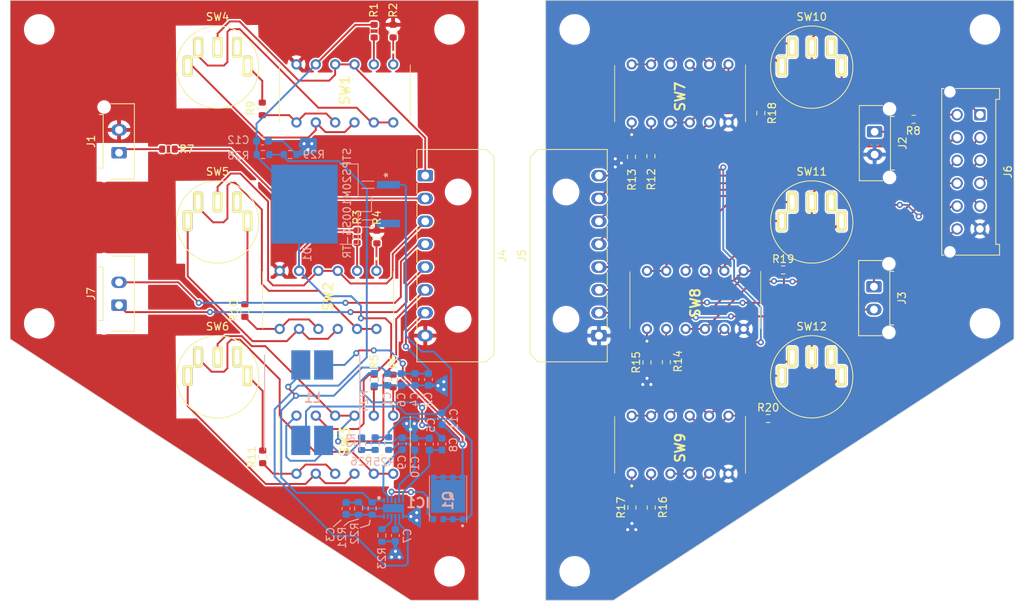
<source format=kicad_pcb>
(kicad_pcb (version 20211014) (generator pcbnew)
  (layers (0 "F.Cu" signal) (31 "B.Cu" signal) (34 "B.Paste" user) (35 "F.Paste" user) (36 "B.SilkS" user "B.Silkscreen") (37 "F.SilkS" user "F.Silkscreen") (38 "B.Mask" user) (39 "F.Mask" user) (44 "Edge.Cuts" user))
  (net 0 "")
  (net 1 "GND")
  (net 3 "Net-(J1-Pad1)")
  (net 4 "AMS")
  (net 5 "IMD")
  (net 6 "SW1_OUT")
  (net 7 "SW2_OUT")
  (net 8 "SW3_OUT")
  (net 9 "SW4_OUT")
  (net 10 "SW5_OUT")
  (net 11 "SW6_OUT")
  (net 12 "Vin_L")
  (net 13 "Net-(J2-Pad1)")
  (net 14 "12V_L")
  (net 15 "Vin_R")
  (net 16 "Net-(R1-Pad2)")
  (net 17 "12V_R")
  (net 18 "Net-(C9-Pad2)")
  (net 19 "Net-(IC1-Pad3)")
  (net 20 "Net-(C10-Pad2)")
  (net 22 "Net-(R2-Pad2)")
  (net 23 "Net-(R3-Pad2)")
  (net 24 "Net-(R4-Pad2)")
  (net 25 "Net-(R5-Pad2)")
  (net 26 "Net-(R6-Pad2)")
  (net 27 "G11")
  (net 28 "Net-(R9-Pad2)")
  (net 29 "G21")
  (net 30 "Net-(R10-Pad2)")
  (net 31 "Net-(Q1-Pad1)")
  (net 32 "Net-(C11-Pad2)")
  (net 33 "G31")
  (net 34 "Net-(R11-Pad2)")
  (net 35 "Net-(C8-Pad2)")
  (net 36 "Net-(C11-Pad1)")
  (net 37 "Net-(R12-Pad2)")
  (net 38 "Net-(R13-Pad2)")
  (net 39 "Net-(R15-Pad2)")
  (net 40 "Net-(R16-Pad2)")
  (net 41 "Net-(R14-Pad2)")
  (net 42 "Net-(R17-Pad2)")
  (net 43 "SHTDWN_IN")
  (net 44 "SHTDWN_OUT")
  (net 45 "G41")
  (net 49 "GND1")
  (net 50 "/SEPIC_CAD/UVLO")
  (net 51 "/SEPIC_CAD/COMP")
  (net 52 "/SEPIC_CAD/SS")
  (net 53 "/SEPIC_CAD/FB")
  (net 54 "/SEPIC_CAD/RT")
  (net 55 "Net-(R18-Pad2)")
  (net 56 "G51")
  (net 57 "Net-(R19-Pad2)")
  (net 58 "G61")
  (net 59 "Net-(R20-Pad2)")
  (net 60 "Net-(R26-Pad2)")
  (net 61 "P11")
  (net 62 "SW1_IN")
  (net 63 "P21")
  (net 64 "SW2_IN")
  (net 65 "P31")
  (net 66 "SW3_IN")
  (net 67 "P41")
  (net 68 "SW4_IN")
  (net 69 "P51")
  (net 70 "SW5_IN")
  (net 71 "P61")
  (net 72 "SW6_IN")
  (net 76 "SW1_OUT_R")
  (net 77 "SW2_OUT_R")
  (net 78 "SW3_OUT_R")
  (net 79 "AMS_R")
  (net 80 "INRTA_IN")
  (net 81 "INRTA_IN_R")
  (net 82 "SHTDWN_OUT_R")
  (footprint "Resistor_SMD:R_0603_1608Metric" (layer "F.Cu") (at 176.3268 102.5652 90)
    (fp_text reference "R17")
    (fp_text value "10k")
  )
  (footprint "MountingHole:MountingHole_3.5mm" (layer "F.Cu") (at 98.542 78.38613)
    (fp_text reference "H2" hide)
    (fp_text value "MountingHole")
  )
  (footprint "Through_DIP_6:18253604" (layer "F.Cu") (at 178.3 79.12 90)
    (fp_text reference "SW8")
    (fp_text value "SW_DIP_x06" hide)
  )
  (footprint "Dashboard_LED:Dashboard_Btn" (layer "F.Cu") (at 121.95 44.763)
    (fp_text reference "SW4")
    (fp_text value "Dashboard_Button")
  )
  (footprint "Dashboard_LED:Dashboard_Btn" (layer "F.Cu") (at 121.95 85.403)
    (fp_text reference "SW6")
    (fp_text value "Dashboard_Button")
  )
  (footprint "MountingHole:MountingHole_3.5mm" (layer "F.Cu") (at 98.542 39.81)
    (fp_text reference "H1" hide)
    (fp_text value "MountingHole")
  )
  (footprint "Resistor_SMD:R_0603_1608Metric" (layer "F.Cu") (at 140.2588 67.0052 -90)
    (fp_text reference "R3")
    (fp_text value "10k")
  )
  (footprint "Connector_Molex:Molex_Micro-Fit_3.0_43650-0800_1x08_P3.00mm_Horizontal" (layer "F.Cu") (at 149.2 59 -90)
    (fp_text reference "J4")
    (fp_text value "Conn_01x08")
  )
  (footprint "Resistor_SMD:R_0603_1608Metric" (layer "F.Cu") (at 144.9832 40.0304 -90)
    (fp_text reference "R2")
    (fp_text value "10k")
  )
  (footprint "Resistor_SMD:R_0603_1608Metric" (layer "F.Cu") (at 193.2432 50.8 -90)
    (fp_text reference "R18")
    (fp_text value "470")
  )
  (footprint "Dashboard_LED:Dashboard_Btn" (layer "F.Cu") (at 199.925 44.763)
    (fp_text reference "SW10")
    (fp_text value "Dashboard_Button")
  )
  (footprint "Resistor_SMD:R_0603_1608Metric" (layer "F.Cu") (at 178.816 56.451 90)
    (fp_text reference "R12")
    (fp_text value "10k")
  )
  (footprint "Resistor_SMD:R_0603_1608Metric" (layer "F.Cu") (at 144.9832 85.9536 -90)
    (fp_text reference "R6")
    (fp_text value "10k")
  )
  (footprint "Connector_Molex:Molex_Micro-Fit_3.0_43650-0215_1x02_P3.00mm_Vertical" (layer "F.Cu") (at 109.0168 56 90)
    (fp_text reference "J1")
    (fp_text value "Conn_01x02")
  )
  (footprint "Through_DIP_6:18253604" (layer "F.Cu") (at 176.3 52.02 90)
    (fp_text reference "SW7")
    (fp_text value "SW_DIP_x06" hide)
  )
  (footprint "MountingHole:MountingHole_3.5mm" (layer "F.Cu") (at 152.39 110.93)
    (fp_text reference "H4" hide)
    (fp_text value "MountingHole")
  )
  (footprint "MountingHole:MountingHole_3.5mm" (layer "F.Cu") (at 168.81 110.93)
    (fp_text reference "H7" hide)
    (fp_text value "MountingHole")
  )
  (footprint "Through_DIP_6:18253604" (layer "F.Cu") (at 142.8 71.5 -90)
    (fp_text reference "SW2")
    (fp_text value "SW_DIP_x06" hide)
  )
  (footprint "Resistor_SMD:R_0603_1608Metric" (layer "F.Cu") (at 142.494 85.9536 -90)
    (fp_text reference "R5")
    (fp_text value "10k")
  )
  (footprint "Resistor_SMD:R_0603_1608Metric" (layer "F.Cu") (at 194.2084 90.8812)
    (fp_text reference "R20")
    (fp_text value "470")
  )
  (footprint "Connector_Molex:Molex_Micro-Fit_3.0_43045-1212_2x06_P3.00mm_Vertical" (layer "F.Cu") (at 222 51 -90)
    (fp_text reference "J6")
    (fp_text value "Conn_01x12")
  )
  (footprint "Through_DIP_6:18253604" (layer "F.Cu") (at 176.3 98.12 90)
    (fp_text reference "SW9")
    (fp_text value "SW_DIP_x06" hide)
  )
  (footprint "Resistor_SMD:R_0603_1608Metric" (layer "F.Cu") (at 213.3092 51.6036 180)
    (fp_text reference "R8")
    (fp_text value "150")
  )
  (footprint "Resistor_SMD:R_0603_1608Metric" (layer "F.Cu") (at 127.8636 95.9104 90)
    (fp_text reference "R11")
    (fp_text value "470")
  )
  (footprint "Connector_Molex:Molex_Micro-Fit_3.0_43650-0800_1x08_P3.00mm_Horizontal" (layer "F.Cu") (at 172 80 90)
    (fp_text reference "J5")
    (fp_text value "Conn_01x08")
  )
  (footprint "Resistor_SMD:R_0603_1608Metric" (layer "F.Cu") (at 115.5024 55.5244 180)
    (fp_text reference "R7")
    (fp_text value "150")
  )
  (footprint "MountingHole:MountingHole_3.5mm" (layer "F.Cu") (at 152.39 39.81)
    (fp_text reference "H3" hide)
    (fp_text value "MountingHole")
  )
  (footprint "MountingHole:MountingHole_3.5mm" (layer "F.Cu") (at 222.658 39.81)
    (fp_text reference "H6" hide)
    (fp_text value "MountingHole")
  )
  (footprint "Resistor_SMD:R_0603_1608Metric" (layer "F.Cu") (at 125.5268 76.708 90)
    (fp_text reference "R10")
    (fp_text value "470")
  )
  (footprint "MountingHole:MountingHole_3.5mm" (layer "F.Cu") (at 168.81 39.81)
    (fp_text reference "H5" hide)
    (fp_text value "MountingHole")
  )
  (footprint "Dashboard_LED:Dashboard_Btn" (layer "F.Cu") (at 199.925 65.083)
    (fp_text reference "SW11")
    (fp_text value "Dashboard_Button")
  )
  (footprint "MountingHole:MountingHole_3.5mm" (layer "F.Cu") (at 222.658 78.38613)
    (fp_text reference "H8" hide)
    (fp_text value "MountingHole")
  )
  (footprint "Connector_Molex:Molex_Micro-Fit_3.0_43650-0215_1x02_P3.00mm_Vertical" (layer "F.Cu") (at 208.0916 73.5732 -90)
    (fp_text reference "J3")
    (fp_text value "Conn_01x02")
  )
  (footprint "Dashboard_LED:Dashboard_Btn" (layer "F.Cu") (at 121.95 65.083)
    (fp_text reference "SW5")
    (fp_text value "Dashboard_Button")
  )
  (footprint "Dashboard_LED:Dashboard_Btn" (layer "F.Cu") (at 199.925 85.403)
    (fp_text reference "SW12")
    (fp_text value "Dashboard_Button")
  )
  (footprint "Connector_Molex:Molex_Micro-Fit_3.0_43650-0215_1x02_P3.00mm_Vertical" (layer "F.Cu") (at 109.0168 76 90)
    (fp_text reference "J7")
    (fp_text value "Conn_01x02")
  )
  (footprint "Through_DIP_6:18253604" (layer "F.Cu") (at 145 44.4 -90)
    (fp_text reference "SW1")
    (fp_text value "SW_DIP_x06" hide)
  )
  (footprint "Connector_Molex:Molex_Micro-Fit_3.0_43650-0215_1x02_P3.00mm_Vertical" (layer "F.Cu") (at 208.1784 53.2384 -90)
    (fp_text reference "J2")
    (fp_text value "Conn_01x02")
  )
  (footprint "Resistor_SMD:R_0603_1608Metric" (layer "F.Cu") (at 178.308 83.5152 90)
    (fp_text reference "R15")
    (fp_text value "10k")
  )
  (footprint "Resistor_SMD:R_0603_1608Metric" (layer "F.Cu") (at 142.494 40.0304 -90)
    (fp_text reference "R1")
    (fp_text value "10k")
  )
  (footprint "Resistor_SMD:R_0603_1608Metric" (layer "F.Cu") (at 176.276 56.5404 90)
    (fp_text reference "R13")
    (fp_text value "10k")
  )
  (footprint "Resistor_SMD:R_0603_1608Metric" (layer "F.Cu") (at 196.1774 71.374)
    (fp_text reference "R19")
    (fp_text value "470")
  )
  (footprint "Through_DIP_6:18253604" (layer "F.Cu") (at 145 90.5 -90)
    (fp_text reference "SW3")
    (fp_text value "SW_DIP_x06" hide)
  )
  (footprint "Resistor_SMD:R_0603_1608Metric" (layer "F.Cu") (at 178.8668 102.5652 90)
    (fp_text reference "R16")
    (fp_text value "10k")
  )
  (footprint "Resistor_SMD:R_0603_1608Metric" (layer "F.Cu") (at 142.857 67.056 -90)
    (fp_text reference "R4")
    (fp_text value "10k")
  )
  (footprint "Resistor_SMD:R_0603_1608Metric" (layer "F.Cu") (at 127.8128 50.2412 90)
    (fp_text reference "R9")
    (fp_text value "470")
  )
  (footprint "Resistor_SMD:R_0603_1608Metric" (layer "F.Cu") (at 180.848 83.4766 90)
    (fp_text reference "R14")
    (fp_text value "10k")
  )
  (footprint "Capacitor_SMD:C_0603_1608Metric" (layer "B.Cu") (at 145.284 106.2242 -90)
    (fp_text reference "C7")
    (fp_text value "220n")
  )
  (footprint "Resistor_SMD:R_0603_1608Metric" (layer "B.Cu") (at 140.458 102.6822 90)
    (fp_text reference "R21")
    (fp_text value "6k8")
  )
  (footprint "Resistor_SMD:R_0603_1608Metric" (layer "B.Cu") (at 144.4051 94.17 -90)
    (fp_text reference "R25")
    (fp_text value "100")
  )
  (footprint "Inductor Thing:WE-DD_12XX_CROSSED12" (layer "B.Cu") (at 134.366 88.7984 180)
    (fp_text reference "L1")
    (fp_text value "7448700015" hide)
  )
  (footprint "Global Libraries_2:SON50P200X300X80-13N-D" (layer "B.Cu") (at 145.03 102.6682 -90)
    (fp_text reference "IC1")
    (fp_text value "LM5155DSSR" hide)
  )
  (footprint "Capacitor_SMD:C_0603_1608Metric" (layer "B.Cu") (at 147.8341 94.247 -90)
    (fp_text reference "C10")
    (fp_text value "100p")
  )
  (footprint "Capacitor_SMD:C_0603_1608Metric" (layer "B.Cu") (at 149.6249 85.7634 -90)
    (fp_text reference "C2")
    (fp_text value "10u")
  )
  (footprint "Resistor_SMD:R_0603_1608Metric" (layer "B.Cu") (at 142.6271 94.17 -90)
    (fp_text reference "R26")
    (fp_text value "4m")
  )
  (footprint "Capacitor_SMD:C_0603_1608Metric" (layer "B.Cu") (at 127.8384 54.4576)
    (fp_text reference "C12")
    (fp_text value "66u")
  )
  (footprint "Global Libraries_2:STPS20M100SG-TR" (layer "B.Cu") (at 135.5979 62.738 -90)
    (fp_text reference "D1")
    (fp_text value "STPS20M100SG-TR")
  )
  (footprint "Capacitor_SMD:C_0603_1608Metric" (layer "B.Cu") (at 138.807 102.6822 90)
    (fp_text reference "C3")
    (fp_text value "100p")
  )
  (footprint "Global Libraries_2:CSD19531Q5AT" (layer "B.Cu") (at 152.1968 101.6508 -90)
    (fp_text reference "Q1")
    (fp_text value "CSD18537NQ5A" hide)
  )
  (footprint "Capacitor_SMD:C_0603_1608Metric" (layer "B.Cu") (at 151.3901 94.234 90)
    (fp_text reference "C8")
    (fp_text value "6.8n")
  )
  (footprint "Capacitor_SMD:C_0603_1608Metric" (layer "B.Cu") (at 146.1831 94.183 -90)
    (fp_text reference "C9")
    (fp_text value "1u")
  )
  (footprint "Resistor_SMD:R_0603_1608Metric" (layer "B.Cu") (at 143.506 106.2242 90)
    (fp_text reference "R23")
    (fp_text value "17k8")
  )
  (footprint "Capacitor_SMD:C_0603_1608Metric" (layer "B.Cu") (at 151.384 90.919 -90)
    (fp_text reference "C11")
    (fp_text value "9.4u")
  )
  (footprint "Resistor_SMD:R_0603_1608Metric" (layer "B.Cu") (at 142.5259 85.7378 -90)
    (fp_text reference "R24")
    (fp_text value "10k")
  )
  (footprint "Capacitor_SMD:C_0603_1608Metric" (layer "B.Cu") (at 147.8469 85.7504 -90)
    (fp_text reference "C4")
    (fp_text value "10u")
  )
  (footprint "Resistor_SMD:R_0603_1608Metric" (layer "B.Cu") (at 131.4704 56.2356)
    (fp_text reference "R29")
    (fp_text value "4k7")
  )
  (footprint "Capacitor_SMD:C_0603_1608Metric" (layer "B.Cu") (at 146.0689 85.7504 -90)
    (fp_text reference "C6")
    (fp_text value "100n")
  )
  (footprint "Resistor_SMD:R_0603_1608Metric" (layer "B.Cu") (at 127.9144 56.2356)
    (fp_text reference "R28")
    (fp_text value "51k1")
  )
  (footprint "Capacitor_SMD:C_0603_1608Metric" (layer "B.Cu") (at 149.7391 94.247 90)
    (fp_text reference "C5")
    (fp_text value "270p")
  )
  (footprint "Resistor_SMD:R_0603_1608Metric" (layer "B.Cu") (at 142.236 102.6812 -90)
    (fp_text reference "R22")
    (fp_text value "34k8")
  )
  (footprint "Capacitor_SMD:C_0603_1608Metric" (layer "B.Cu") (at 144.2909 85.7504 -90)
    (fp_text reference "C1")
    (fp_text value "10u")
  )
  (footprint "Resistor_SMD:R_0603_1608Metric" (layer "B.Cu") (at 140.8491 94.184 90)
    (fp_text reference "R27")
    (fp_text value "4m")
  )
  (gr_line (start 138.161 104.1922) (end 137.145 105.0812) (layer "B.SilkS") (width 0.15))
  (gr_line (start 140.447 104.0652) (end 139.177 104.4462) (layer "B.SilkS") (width 0.15))
  (gr_line (start 139.177 104.4462) (end 138.542 104.9542) (layer "B.SilkS") (width 0.15))
  (gr_line (start 141.844 104.8272) (end 140.701 105.2082) (layer "B.SilkS") (width 0.15))
  (gr_line (start 141.971 104.1922) (end 141.844 104.8272) (layer "B.SilkS") (width 0.15))
  (gr_line (start 141.5796 95.8596) (end 141.8336 95.6056) (layer "F.SilkS") (width 0.15))
  (gr_line (start 143.1544 95.8596) (end 143.7132 95.5548) (layer "F.SilkS") (width 0.15))
  (gr_line (start 173.89 114.74) (end 226.468 80.45) (layer "Edge.Cuts") (width 0.1))
  (gr_line (start 94.732 80.45) (end 147.31 114.74) (layer "Edge.Cuts") (width 0.1))
  (gr_line (start 156.2 36) (end 156.2 114.74) (layer "Edge.Cuts") (width 0.1))
  (gr_line (start 165 36) (end 226.468 36) (layer "Edge.Cuts") (width 0.1))
  (gr_line (start 94.732 36) (end 156.2 36) (layer "Edge.Cuts") (width 0.1))
  (gr_line (start 147.31 114.74) (end 156.2 114.74) (layer "Edge.Cuts") (width 0.1))
  (gr_line (start 226.468 36) (end 226.468 80.45) (layer "Edge.Cuts") (width 0.1))
  (gr_line (start 94.732 36) (end 94.732 80.45) (layer "Edge.Cuts") (width 0.1))
  (gr_line (start 165 114.74) (end 173.89 114.74) (layer "Edge.Cuts") (width 0.1))
  (gr_line (start 165 36) (end 165 114.74) (layer "Edge.Cuts") (width 0.1))
  (via (at 174.1424 56.7944) (size 0.8) (drill 0.4) (layers "F.Cu" "B.Cu") (net 1))
  (via (at 174.9552 57.3532) (size 0.8) (drill 0.4) (layers "F.Cu" "B.Cu") (net 1))
  (via (at 176.3268 104.648) (size 0.8) (drill 0.4) (layers "F.Cu" "B.Cu") (net 1))
  (via (at 175.768 105.4608) (size 0.8) (drill 0.4) (layers "F.Cu" "B.Cu") (net 1))
  (via (at 174.1424 57.8612) (size 0.8) (drill 0.4) (layers "F.Cu" "B.Cu") (net 1))
  (via (at 178.308 85.598) (size 0.8) (drill 0.4) (layers "F.Cu" "B.Cu") (net 1))
  (via (at 178.816 86.4108) (size 0.8) (drill 0.4) (layers "F.Cu" "B.Cu") (net 1))
  (via (at 176.8348 105.4608) (size 0.8) (drill 0.4) (layers "F.Cu" "B.Cu") (net 1))
  (via (at 177.7492 86.4108) (size 0.8) (drill 0.4) (layers "F.Cu" "B.Cu") (net 1))
  (segment (start 109.6056 55.5244) (end 114.6774 55.5244) (width 0.25) (layer "F.Cu") (net 3))
  (segment (start 109.5704 55.4892) (end 109.6056 55.5244) (width 0.25) (layer "F.Cu") (net 3))
  (segment (start 123.5964 55.5244) (end 116.3274 55.5244) (width 0.25) (layer "F.Cu") (net 4))
  (segment (start 149.2 62) (end 130.072 62) (width 0.25) (layer "F.Cu") (net 4))
  (segment (start 130.072 62) (end 123.5964 55.5244) (width 0.25) (layer "F.Cu") (net 4))
  (segment (start 219 51) (end 214.7378 51) (width 0.25) (layer "F.Cu") (net 5))
  (segment (start 214.7378 51) (end 214.1342 51.6036) (width 0.25) (layer "F.Cu") (net 5))
  (segment (start 132.588 46.5328) (end 136.6012 46.5328) (width 0.25) (layer "F.Cu") (net 6))
  (segment (start 137.38 44.4) (end 139.92 44.4) (width 0.25) (layer "F.Cu") (net 6))
  (segment (start 121.95 40.356) (end 123.5456 38.7604) (width 0.25) (layer "F.Cu") (net 6))
  (segment (start 139.92 44.4) (end 139.92 44.7716) (width 0.25) (layer "F.Cu") (net 6))
  (segment (start 123.5456 38.7604) (end 124.8156 38.7604) (width 0.25) (layer "F.Cu") (net 6))
  (segment (start 149.2 54.0516) (end 149.2 59) (width 0.25) (layer "F.Cu") (net 6))
  (segment (start 136.6012 46.5328) (end 137.38 45.754) (width 0.25) (layer "F.Cu") (net 6))
  (segment (start 139.92 44.7716) (end 149.2 54.0516) (width 0.25) (layer "F.Cu") (net 6))
  (segment (start 137.38 45.754) (end 137.38 44.4) (width 0.25) (layer "F.Cu") (net 6))
  (segment (start 124.8156 38.7604) (end 132.588 46.5328) (width 0.25) (layer "F.Cu") (net 6))
  (segment (start 121.95 42.15117) (end 121.95 40.356) (width 0.25) (layer "F.Cu") (net 6))
  (segment (start 144.9324 72.3392) (end 144.1196 73.152) (width 0.25) (layer "F.Cu") (net 7))
  (segment (start 121.95 62.47117) (end 121.95 60.4728) (width 0.25) (layer "F.Cu") (net 7))
  (segment (start 123.698 58.7248) (end 124.9172 58.7248) (width 0.25) (layer "F.Cu") (net 7))
  (segment (start 144.1196 73.152) (end 139.372 73.152) (width 0.25) (layer "F.Cu") (net 7))
  (segment (start 149.2 65) (end 144.9324 69.2676) (width 0.25) (layer "F.Cu") (net 7))
  (segment (start 129.2352 73.406) (end 133.274 73.406) (width 0.25) (layer "F.Cu") (net 7))
  (segment (start 124.9172 58.7248) (end 128.5748 62.3824) (width 0.25) (layer "F.Cu") (net 7))
  (segment (start 135.18 71.5) (end 137.72 71.5) (width 0.25) (layer "F.Cu") (net 7))
  (segment (start 139.372 73.152) (end 137.72 71.5) (width 0.25) (layer "F.Cu") (net 7))
  (segment (start 128.5748 72.7456) (end 129.2352 73.406) (width 0.25) (layer "F.Cu") (net 7))
  (segment (start 128.5748 62.3824) (end 128.5748 72.7456) (width 0.25) (layer "F.Cu") (net 7))
  (segment (start 144.9324 69.2676) (end 144.9324 72.3392) (width 0.25) (layer "F.Cu") (net 7))
  (segment (start 133.274 73.406) (end 135.18 71.5) (width 0.25) (layer "F.Cu") (net 7))
  (segment (start 121.95 60.4728) (end 123.698 58.7248) (width 0.25) (layer "F.Cu") (net 7))
  (segment (start 145.3896 83.504738) (end 145.3896 77.8104) (width 0.25) (layer "F.Cu") (net 8))
  (segment (start 121.95 81.0976) (end 122.9868 80.0608) (width 0.25) (layer "F.Cu") (net 8))
  (segment (start 125.1204 80.0608) (end 126.4412 81.3816) (width 0.25) (layer "F.Cu") (net 8))
  (segment (start 143.7132 93.5736) (end 143.7132 85.181138) (width 0.25) (layer "F.Cu") (net 8))
  (segment (start 137.38 90.5) (end 139.92 90.5) (width 0.25) (layer "F.Cu") (net 8))
  (segment (start 143.4084 93.8784) (end 143.7132 93.5736) (width 0.25) (layer "F.Cu") (net 8))
  (segment (start 137.7696 93.8784) (end 143.4084 93.8784) (width 0.25) (layer "F.Cu") (net 8))
  (segment (start 122.9868 80.0608) (end 125.1204 80.0608) (width 0.25) (layer "F.Cu") (net 8))
  (segment (start 143.7132 85.181138) (end 145.3896 83.504738) (width 0.25) (layer "F.Cu") (net 8))
  (segment (start 128.2192 81.3816) (end 137.3376 90.5) (width 0.25) (layer "F.Cu") (net 8))
  (segment (start 145.3896 77.8104) (end 149.2 74) (width 0.25) (layer "F.Cu") (net 8))
  (segment (start 126.4412 81.3816) (end 128.2192 81.3816) (width 0.25) (layer "F.Cu") (net 8))
  (segment (start 121.95 82.79117) (end 121.95 81.0976) (width 0.25) (layer "F.Cu") (net 8))
  (segment (start 137.3376 90.5) (end 137.38 90.5) (width 0.25) (layer "F.Cu") (net 8))
  (via (at 137.7696 93.8784) (size 0.8) (drill 0.4) (layers "F.Cu" "B.Cu") (net 8))
  (segment (start 137.7696 92.6504) (end 139.92 90.5) (width 0.25) (layer "B.Cu") (net 8))
  (segment (start 137.7696 93.8784) (end 137.7696 92.6504) (width 0.25) (layer "B.Cu") (net 8))
  (segment (start 199.925 46.6074) (end 199.925 42.15117) (width 0.25) (layer "F.Cu") (net 9))
  (segment (start 199.925 40.9686) (end 199.925 42.15117) (width 0.25) (layer "F.Cu") (net 9))
  (segment (start 213.106 38.4048) (end 202.4888 38.4048) (width 0.25) (layer "F.Cu") (net 9))
  (segment (start 181.38 52.02) (end 183.92 52.02) (width 0.25) (layer "F.Cu") (net 9))
  (segment (start 223.774 58.226) (end 223.774 49.0728) (width 0.25) (layer "F.Cu") (net 9))
  (segment (start 183.92 52.02) (end 185.14 50.8) (width 0.25) (layer "F.Cu") (net 9))
  (segment (start 223.774 49.0728) (end 213.106 38.4048) (width 0.25) (layer "F.Cu") (net 9))
  (segment (start 185.14 50.8) (end 195.7324 50.8) (width 0.25) (layer "F.Cu") (net 9))
  (segment (start 195.7324 50.8) (end 199.925 46.6074) (width 0.25) (layer "F.Cu") (net 9))
  (segment (start 222 60) (end 223.774 58.226) (width 0.25) (layer "F.Cu") (net 9))
  (segment (start 202.4888 38.4048) (end 199.925 40.9686) (width 0.25) (layer "F.Cu") (net 9))
  (segment (start 195.8848 73.8124) (end 196.2774 73.4198) (width 0.25) (layer "F.Cu") (net 10))
  (segment (start 220.5188 61.5188) (end 216.8144 61.5188) (width 0.25) (layer "F.Cu") (net 10))
  (segment (start 222 63) (end 220.5188 61.5188) (width 0.25) (layer "F.Cu") (net 10))
  (segment (start 185.92 79.12) (end 191.2276 73.8124) (width 0.25) (layer "F.Cu") (net 10))
  (segment (start 196.2774 70.1686) (end 199.925 66.521) (width 0.25) (layer "F.Cu") (net 10))
  (segment (start 199.925 62.47117) (end 199.925 61.3902) (width 0.25) (layer "F.Cu") (net 10))
  (segment (start 191.2276 73.8124) (end 195.8848 73.8124) (width 0.25) (layer "F.Cu") (net 10))
  (segment (start 204.5716 60.4012) (end 207.01 62.8396) (width 0.25) (layer "F.Cu") (net 10))
  (segment (start 199.925 66.521) (end 199.925 62.47117) (width 0.25) (layer "F.Cu") (net 10))
  (segment (start 183.38 79.12) (end 185.92 79.12) (width 0.25) (layer "F.Cu") (net 10))
  (segment (start 196.2774 73.4198) (end 196.2774 70.1686) (width 0.25) (layer "F.Cu") (net 10))
  (segment (start 200.914 60.4012) (end 204.5716 60.4012) (width 0.25) (layer "F.Cu") (net 10))
  (segment (start 216.8144 61.5188) (end 213.9696 64.3636) (width 0.25) (layer "F.Cu") (net 10))
  (segment (start 199.925 61.3902) (end 200.914 60.4012) (width 0.25) (layer "F.Cu") (net 10))
  (segment (start 207.01 62.8396) (end 211.4804 62.8396) (width 0.25) (layer "F.Cu") (net 10))
  (via (at 213.9696 64.3636) (size 0.8) (drill 0.4) (layers "F.Cu" "B.Cu") (net 10))
  (via (at 211.4804 62.8396) (size 0.8) (drill 0.4) (layers "F.Cu" "B.Cu") (net 10))
  (segment (start 213.9696 64.3636) (end 212.4456 62.8396) (width 0.25) (layer "B.Cu") (net 10))
  (segment (start 212.4456 62.8396) (end 211.4804 62.8396) (width 0.25) (layer "B.Cu") (net 10))
  (segment (start 194.2084 89.0524) (end 194.8688 88.392) (width 0.25) (layer "F.Cu") (net 11))
  (segment (start 199.925 81.253) (end 202.6412 78.5368) (width 0.25) (layer "F.Cu") (net 11))
  (segment (start 218.8356 66) (end 219 66) (width 0.25) (layer "F.Cu") (net 11))
  (segment (start 194.8688 88.392) (end 196.6468 88.392) (width 0.25) (layer "F.Cu") (net 11))
  (segment (start 216.5604 71.374) (end 216.5604 68.2752) (width 0.25) (layer "F.Cu") (net 11))
  (segment (start 199.925 82.79117) (end 199.925 81.253) (width 0.25) (layer "F.Cu") (net 11))
  (segment (start 181.38 98.12) (end 183.92 98.12) (width 0.25) (layer "F.Cu") (net 11))
  (segment (start 196.6468 88.392) (end 199.925 85.1138) (width 0.25) (layer "F.Cu") (net 11))
  (segment (start 199.925 85.1138) (end 199.925 82.79117) (width 0.25) (layer "F.Cu") (net 11))
  (segment (start 188.809662 96.6724) (end 194.2084 91.273662) (width 0.25) (layer "F.Cu") (net 11))
  (segment (start 183.92 98.12) (end 185.3676 96.6724) (width 0.25) (layer "F.Cu") (net 11))
  (segment (start 209.3976 78.5368) (end 216.5604 71.374) (width 0.25) (layer "F.Cu") (net 11))
  (segment (start 194.2084 91.273662) (end 194.2084 89.0524) (width 0.25) (layer "F.Cu") (net 11))
  (segment (start 185.3676 96.6724) (end 188.809662 96.6724) (width 0.25) (layer "F.Cu") (net 11))
  (segment (start 216.5604 68.2752) (end 218.8356 66) (width 0.25) (layer "F.Cu") (net 11))
  (segment (start 202.6412 78.5368) (end 209.3976 78.5368) (width 0.25) (layer "F.Cu") (net 11))
  (segment (start 131.2164 86.7156) (end 131.1656 86.7664) (width 0.25) (layer "F.Cu") (net 12))
  (segment (start 131.1656 86.7664) (end 131.1656 86.8172) (width 0.25) (layer "F.Cu") (net 12))
  (segment (start 146.6596 81.4324) (end 146.6596 79.5404) (width 0.25) (layer "F.Cu") (net 12))
  (segment (start 146.6596 79.5404) (end 149.2 77) (width 0.25) (layer "F.Cu") (net 12))
  (segment (start 131.1656 86.8172) (end 132.236699 87.888299) (width 0.25) (layer "F.Cu") (net 12))
  (via (at 132.236699 87.888299) (size 0.8) (drill 0.4) (layers "F.Cu" "B.Cu") (net 12))
  (via (at 131.2164 86.7156) (size 0.8) (drill 0.4) (layers "F.Cu" "B.Cu") (net 12))
  (via (at 146.6596 81.4324) (size 0.8) (drill 0.4) (layers "F.Cu" "B.Cu") (net 12))
  (segment (start 131.2164 86.7156) (end 132.866 85.066) (width 0.25) (layer "B.Cu") (net 12))
  (segment (start 149.6249 84.9884) (end 144.3039 84.9884) (width 0.25) (layer "B.Cu") (net 12))
  (segment (start 143.5033 84.1878) (end 140.907 84.1878) (width 0.25) (layer "B.Cu") (net 12))
  (segment (start 142.474 101.6182) (end 142.236 101.8562) (width 0.25) (layer "B.Cu") (net 12))
  (segment (start 140.907 84.1878) (end 137.206501 87.888299) (width 0.25) (layer "B.Cu") (net 12))
  (segment (start 132.236699 87.888299) (end 130.302 89.822998) (width 0.25) (layer "B.Cu") (net 12))
  (segment (start 143.78 101.6182) (end 142.474 101.6182) (width 0.25) (layer "B.Cu") (net 12))
  (segment (start 149.6249 84.3977) (end 146.6596 81.4324) (width 0.25) (layer "B.Cu") (net 12))
  (segment (start 132.866 85.066) (end 132.866 83.8484) (width 0.25) (layer "B.Cu") (net 12))
  (segment (start 144.2909 84.9754) (end 143.5033 84.1878) (width 0.25) (layer "B.Cu") (net 12))
  (segment (start 130.302 98.6028) (end 132.334 100.6348) (width 0.25) (layer "B.Cu") (net 12))
  (segment (start 144.3039 84.9884) (end 144.2909 84.9754) (width 0.25) (layer "B.Cu") (net 12))
  (segment (start 149.6249 84.9884) (end 149.6249 84.3977) (width 0.25) (layer "B.Cu") (net 12))
  (segment (start 141.0146 100.6348) (end 142.236 101.8562) (width 0.25) (layer "B.Cu") (net 12))
  (segment (start 130.302 89.822998) (end 130.302 98.6028) (width 0.25) (layer "B.Cu") (net 12))
  (segment (start 132.334 100.6348) (end 141.0146 100.6348) (width 0.25) (layer "B.Cu") (net 12))
  (segment (start 137.206501 87.888299) (end 132.236699 87.888299) (width 0.25) (layer "B.Cu") (net 12))
  (segment (start 212.9054 51.6036) (end 211.2706 53.2384) (width 0.25) (layer "F.Cu") (net 13))
  (segment (start 211.2706 53.2384) (end 208.1784 53.2384) (width 0.25) (layer "F.Cu") (net 13))
  (segment (start 134.84 90.5) (end 136.5928 92.2528) (width 0.25) (layer "F.Cu") (net 14))
  (segment (start 144.7292 82.8934) (end 142.494 85.1286) (width 0.25) (layer "F.Cu") (net 14))
  (segment (start 134.84 44.4) (end 140.0346 39.2054) (width 0.25) (layer "F.Cu") (net 14))
  (segment (start 141.1224 91.5416) (end 141.1224 85.852) (width 0.25) (layer "F.Cu") (net 14))
  (segment (start 140.7668 77.724) (end 143.9672 77.724) (width 0.25) (layer "F.Cu") (net 14))
  (segment (start 143.9672 77.724) (end 144.7292 78.486) (width 0.25) (layer "F.Cu") (net 14))
  (segment (start 140.4112 92.2528) (end 141.1224 91.5416) (width 0.25) (layer "F.Cu") (net 14))
  (segment (start 141.8458 85.1286) (end 142.494 85.1286) (width 0.25) (layer "F.Cu") (net 14))
  (segment (start 140.0346 39.2054) (end 142.494 39.2054) (width 0.25) (layer "F.Cu") (net 14))
  (segment (start 136.5928 92.2528) (end 140.4112 92.2528) (width 0.25) (layer "F.Cu") (net 14))
  (segment (start 135.5466 66.1802) (end 140.2588 66.1802) (width 0.25) (layer "F.Cu") (net 14))
  (segment (start 132.64 69.0868) (end 135.5466 66.1802) (width 0.25) (layer "F.Cu") (net 14))
  (segment (start 132.64 71.5) (end 132.64 69.0868) (width 0.25) (layer "F.Cu") (net 14))
  (segment (start 144.7292 78.486) (end 144.7292 82.8934) (width 0.25) (layer "F.Cu") (net 14))
  (segment (start 141.1224 85.852) (end 141.8458 85.1286) (width 0.25) (layer "F.Cu") (net 14))
  (via (at 140.7668 77.724) (size 0.8) (drill 0.4) (layers "F.Cu" "B.Cu") (net 14))
  (segment (start 140.7668 76.0984) (end 139.4968 74.8284) (width 0.25) (layer "B.Cu") (net 14))
  (segment (start 127.0634 56.2096) (end 127.0894 56.2356) (width 0.25) (layer "B.Cu") (net 14))
  (segment (start 139.4968 74.8284) (end 135.9684 74.8284) (width 0.25) (layer "B.Cu") (net 14))
  (segment (start 127.0634 54.4576) (end 127.0634 52.1766) (width 0.25) (layer "B.Cu") (net 14))
  (segment (start 135.9684 74.8284) (end 132.64 71.5) (width 0.25) (layer "B.Cu") (net 14))
  (segment (start 140.7668 77.724) (end 140.7668 76.0984) (width 0.25) (layer "B.Cu") (net 14))
  (segment (start 132.64 63.448) (end 133.35 62.738) (width 0.25) (layer "B.Cu") (net 14))
  (segment (start 127.0634 52.1766) (end 134.84 44.4) (width 0.25) (layer "B.Cu") (net 14))
  (segment (start 127.0894 56.2356) (end 127.0894 56.4774) (width 0.25) (layer "B.Cu") (net 14))
  (segment (start 127.0894 56.4774) (end 133.35 62.738) (width 0.25) (layer "B.Cu") (net 14))
  (segment (start 127.0634 54.4576) (end 127.0634 56.2096) (width 0.25) (layer "B.Cu") (net 14))
  (segment (start 132.64 71.5) (end 132.64 63.448) (width 0.25) (layer "B.Cu") (net 14))
  (segment (start 215.4428 71.6788) (end 215.4428 65.8368) (width 0.25) (layer "F.Cu") (net 15))
  (segment (start 172 77) (end 176.9236 77) (width 0.25) (layer "F.Cu") (net 15))
  (segment (start 177.4444 77.5208) (end 177.546 77.6224) (width 0.25) (layer "F.Cu") (net 15))
  (segment (start 177.546 77.6224) (end 184.7088 77.6224) (width 0.25) (layer "F.Cu") (net 15))
  (segment (start 215.4428 65.8368) (end 218.2796 63) (width 0.25) (layer "F.Cu") (net 15))
  (segment (start 176.9236 77) (end 177.4444 77.5208) (width 0.25) (layer "F.Cu") (net 15))
  (segment (start 189.3316 77.47) (end 199.6948 77.47) (width 0.25) (layer "F.Cu") (net 15))
  (segment (start 200.1012 77.8764) (end 209.2452 77.8764) (width 0.25) (layer "F.Cu") (net 15))
  (segment (start 199.6948 77.47) (end 200.1012 77.8764) (width 0.25) (layer "F.Cu") (net 15))
  (segment (start 209.2452 77.8764) (end 215.4428 71.6788) (width 0.25) (layer "F.Cu") (net 15))
  (segment (start 218.2796 63) (end 219 63) (width 0.25) (layer "F.Cu") (net 15))
  (via (at 184.7088 77.6224) (size 0.8) (drill 0.4) (layers "F.Cu" "B.Cu") (net 15))
  (via (at 189.3316 77.47) (size 0.8) (drill 0.4) (layers "F.Cu" "B.Cu") (net 15))
  (segment (start 184.7088 77.6224) (end 189.1792 77.6224) (width 0.25) (layer "B.Cu") (net 15))
  (segment (start 189.1792 77.6224) (end 189.3316 77.47) (width 0.25) (layer "B.Cu") (net 15))
  (segment (start 142.494 40.8554) (end 142.46 40.8894) (width 0.25) (layer "F.Cu") (net 16))
  (segment (start 142.46 40.8894) (end 142.46 44.4) (width 0.25) (layer "F.Cu") (net 16))
  (segment (start 179.7568 58.2168) (end 188.3156 58.2168) (width 0.25) (layer "F.Cu") (net 17))
  (segment (start 174.2948 93.98) (end 177.546 97.2312) (width 0.25) (layer "F.Cu") (net 17))
  (segment (start 180.848 84.3016) (end 180.848 87.0712) (width 0.25) (layer "F.Cu") (net 17))
  (segment (start 188.46 79.12) (end 190.2136 80.8736) (width 0.25) (layer "F.Cu") (net 17))
  (segment (start 174.2948 89.8144) (end 174.2948 93.98) (width 0.25) (layer "F.Cu") (net 17))
  (segment (start 181.1898 103.3902) (end 186.46 98.12) (width 0.25) (layer "F.Cu") (net 17))
  (segment (start 181.204 57.276) (end 186.46 52.02) (width 0.25) (layer "F.Cu") (net 17))
  (segment (start 178.816 57.276) (end 179.7568 58.2168) (width 0.25) (layer "F.Cu") (net 17))
  (segment (start 183.2784 84.3016) (end 180.848 84.3016) (width 0.25) (layer "F.Cu") (net 17))
  (segment (start 177.546 102.0694) (end 178.8668 103.3902) (width 0.25) (layer "F.Cu") (net 17))
  (segment (start 178.8668 89.0524) (end 175.0568 89.0524) (width 0.25) (layer "F.Cu") (net 17))
  (segment (start 188.46 79.12) (end 183.2784 84.3016) (width 0.25) (layer "F.Cu") (net 17))
  (segment (start 177.546 97.2312) (end 177.546 102.0694) (width 0.25) (layer "F.Cu") (net 17))
  (segment (start 178.8668 103.3902) (end 181.1898 103.3902) (width 0.25) (layer "F.Cu") (net 17))
  (segment (start 178.816 57.276) (end 181.204 57.276) (width 0.25) (layer "F.Cu") (net 17))
  (segment (start 190.2136 80.8736) (end 193.2432 80.8736) (width 0.25) (layer "F.Cu") (net 17))
  (segment (start 188.3156 58.2168) (end 188.3156 57.912) (width 0.25) (layer "F.Cu") (net 17))
  (segment (start 180.848 87.0712) (end 178.8668 89.0524) (width 0.25) (layer "F.Cu") (net 17))
  (segment (start 175.0568 89.0524) (end 174.2948 89.8144) (width 0.25) (layer "F.Cu") (net 17))
  (via (at 188.3156 57.912) (size 0.8) (drill 0.4) (layers "F.Cu" "B.Cu") (net 17))
  (via (at 193.2432 80.8736) (size 0.8) (drill 0.4) (layers "F.Cu" "B.Cu") (net 17))
  (segment (start 193.2432 76.2508) (end 193.2432 80.8736) (width 0.25) (layer "B.Cu") (net 17))
  (segment (start 189.738 72.7456) (end 193.2432 76.2508) (width 0.25) (layer "B.Cu") (net 17))
  (segment (start 189.738 70.104) (end 189.738 72.7456) (width 0.25) (layer "B.Cu") (net 17))
  (segment (start 188.3156 57.912) (end 188.3156 68.6816) (width 0.25) (layer "B.Cu") (net 17))
  (segment (start 188.3156 68.6816) (end 189.738 70.104) (width 0.25) (layer "B.Cu") (net 17))
  (segment (start 145.9356 94.958) (end 143.7132 97.1804) (width 0.25) (layer "B.Cu") (net 18))
  (segment (start 144.28 101.007705) (end 144.28 101.6182) (width 0.25) (layer "B.Cu") (net 18))
  (segment (start 146.1831 94.958) (end 145.9356 94.958) (width 0.25) (layer "B.Cu") (net 18))
  (segment (start 143.7132 100.440905) (end 144.28 101.007705) (width 0.25) (layer "B.Cu") (net 18))
  (segment (start 143.7132 97.1804) (end 143.7132 100.440905) (width 0.25) (layer "B.Cu") (net 18))
  (segment (start 147.324299 100.537499) (end 144.835099 100.537499) (width 0.25) (layer "F.Cu") (net 19))
  (segment (start 144.835099 100.537499) (end 144.78 100.4824) (width 0.25) (layer "F.Cu") (net 19))
  (via (at 144.78 100.4824) (size 0.8) (drill 0.4) (layers "F.Cu" "B.Cu") (net 19))
  (via (at 147.324299 100.537499) (size 0.8) (drill 0.4) (layers "F.Cu" "B.Cu") (net 19))
  (segment (start 149.5044 103.3144) (end 149.5044 101.1428) (width 0.25) (layer "B.Cu") (net 19))
  (segment (start 148.899099 100.537499) (end 147.324299 100.537499) (width 0.25) (layer "B.Cu") (net 19))
  (segment (start 150.2918 104.1018) (end 149.5044 103.3144) (width 0.25) (layer "B.Cu") (net 19))
  (segment (start 144.78 101.6182) (end 144.78 100.4824) (width 0.25) (layer "B.Cu") (net 19))
  (segment (start 149.5044 101.1428) (end 148.899099 100.537499) (width 0.25) (layer "B.Cu") (net 19))
  (segment (start 146.9951 94.183) (end 145.6765 94.183) (width 0.25) (layer "B.Cu") (net 20))
  (segment (start 144.8645 94.995) (end 144.4051 94.995) (width 0.25) (layer "B.Cu") (net 20))
  (segment (start 147.8341 95.022) (end 146.9951 94.183) (width 0.25) (layer "B.Cu") (net 20))
  (segment (start 145.78 101.6182) (end 145.78 99.574459) (width 0.25) (layer "B.Cu") (net 20))
  (segment (start 147.8341 97.520359) (end 147.8341 95.022) (width 0.25) (layer "B.Cu") (net 20))
  (segment (start 145.78 99.574459) (end 147.8341 97.520359) (width 0.25) (layer "B.Cu") (net 20))
  (segment (start 145.6765 94.183) (end 144.8645 94.995) (width 0.25) (layer "B.Cu") (net 20))
  (segment (start 144.9832 40.8554) (end 145 40.8722) (width 0.25) (layer "F.Cu") (net 22))
  (segment (start 145 40.8722) (end 145 44.4) (width 0.25) (layer "F.Cu") (net 22))
  (segment (start 140.2588 67.8302) (end 140.26 67.8314) (width 0.25) (layer "F.Cu") (net 23))
  (segment (start 140.26 67.8314) (end 140.26 71.5) (width 0.25) (layer "F.Cu") (net 23))
  (segment (start 142.8 67.938) (end 142.8 71.5) (width 0.25) (layer "F.Cu") (net 24))
  (segment (start 142.857 67.881) (end 142.8 67.938) (width 0.25) (layer "F.Cu") (net 24))
  (segment (start 142.494 86.7786) (end 142.46 86.8126) (width 0.25) (layer "F.Cu") (net 25))
  (segment (start 142.46 86.8126) (end 142.46 90.5) (width 0.25) (layer "F.Cu") (net 25))
  (segment (start 145 86.7954) (end 145 90.5) (width 0.25) (layer "F.Cu") (net 26))
  (segment (start 144.9832 86.7786) (end 145 86.7954) (width 0.25) (layer "F.Cu") (net 26))
  (segment (start 127.8128 51.0662) (end 131.3462 51.0662) (width 0.25) (layer "F.Cu") (net 27))
  (segment (start 132.3 52.02) (end 133.4692 50.8508) (width 0.25) (layer "F.Cu") (net 27))
  (segment (start 133.4692 50.8508) (end 136.2108 50.8508) (width 0.25) (layer "F.Cu") (net 27))
  (segment (start 136.2108 50.8508) (end 137.38 52.02) (width 0.25) (layer "F.Cu") (net 27))
  (segment (start 131.3462 51.0662) (end 132.3 52.02) (width 0.25) (layer "F.Cu") (net 27))
  (segment (start 125.87177 44.62267) (end 127.8128 46.5637) (width 0.25) (layer "F.Cu") (net 28))
  (segment (start 127.8128 46.5637) (end 127.8128 49.4162) (width 0.25) (layer "F.Cu") (net 28))
  (segment (start 127.1138 79.12) (end 130.1 79.12) (width 0.25) (layer "F.Cu") (net 29))
  (segment (start 125.5268 77.533) (end 127.1138 79.12) (width 0.25) (layer "F.Cu") (net 29))
  (segment (start 130.1 79.12) (end 131.3436 77.8764) (width 0.25) (layer "F.Cu") (net 29))
  (segment (start 133.9364 77.8764) (end 135.18 79.12) (width 0.25) (layer "F.Cu") (net 29))
  (segment (start 131.3436 77.8764) (end 133.9364 77.8764) (width 0.25) (layer "F.Cu") (net 29))
  (segment (start 125.87177 75.53803) (end 125.5268 75.883) (width 0.25) (layer "F.Cu") (net 30))
  (segment (start 125.87177 64.94267) (end 125.87177 75.53803) (width 0.25) (layer "F.Cu") (net 30))
  (segment (start 148.179905 90.919) (end 152.387 90.919) (width 0.25) (layer "B.Cu") (net 31))
  (segment (start 152.387 90.919) (end 155.2956 93.8276) (width 0.25) (layer "B.Cu") (net 31))
  (segment (start 146.3548 90.7288) (end 147.989705 90.7288) (width 0.25) (layer "B.Cu") (net 31))
  (segment (start 155.2956 93.8276) (end 155.2956 103.4288) (width 0.25) (layer "B.Cu") (net 31))
  (segment (start 144.4051 93.345) (end 144.4051 92.6785) (width 0.25) (layer "B.Cu") (net 31))
  (segment (start 144.4051 93.345) (end 142.6271 93.345) (width 0.25) (layer "B.Cu") (net 31))
  (segment (start 144.4051 92.6785) (end 146.3548 90.7288) (width 0.25) (layer "B.Cu") (net 31))
  (segment (start 147.989705 90.7288) (end 148.179905 90.919) (width 0.25) (layer "B.Cu") (net 31))
  (segment (start 155.2956 103.4288) (end 154.6226 104.1018) (width 0.25) (layer "B.Cu") (net 31))
  (segment (start 154.6226 104.1018) (end 154.1018 104.1018) (width 0.25) (layer "B.Cu") (net 31))
  (segment (start 151.5618 104.1018) (end 154.1018 104.1018) (width 0.25) (layer "B.Cu") (net 31))
  (segment (start 154.1018 94.2533) (end 154.1018 93.345) (width 0.25) (layer "F.Cu") (net 32))
  (segment (start 140.1572 82.296) (end 140.5128 81.9404) (width 0.25) (layer "F.Cu") (net 32))
  (segment (start 140.5128 81.9404) (end 142.4432 81.9404) (width 0.25) (layer "F.Cu") (net 32))
  (segment (start 154.1018 93.345) (end 146.2532 85.4964) (width 0.25) (layer "F.Cu") (net 32))
  (segment (start 146.2532 85.4964) (end 146.2532 83.6676) (width 0.25) (layer "F.Cu") (net 32))
  (via (at 142.4432 81.9404) (size 0.8) (drill 0.4) (layers "F.Cu" "B.Cu") (net 32))
  (via (at 140.1572 82.296) (size 0.8) (drill 0.4) (layers "F.Cu" "B.Cu") (net 32))
  (via (at 154.1018 94.2533) (size 0.8) (drill 0.4) (layers "F.Cu" "B.Cu") (net 32))
  (via (at 146.2532 83.6676) (size 0.8) (drill 0.4) (layers "F.Cu" "B.Cu") (net 32))
  (segment (start 151.3393 91.4908) (end 154.1018 94.2533) (width 0.25) (layer "B.Cu") (net 32))
  (segment (start 135.866 83.8484) (end 138.6048 83.8484) (width 0.25) (layer "B.Cu") (net 32))
  (segment (start 150.2918 98.5868) (end 151.5618 98.5868) (width 0.25) (layer "B.Cu") (net 32))
  (segment (start 142.4432 81.9404) (end 144.526 81.9404) (width 0.25) (layer "B.Cu") (net 32))
  (segment (start 154.1018 94.2533) (end 154.1018 98.5868) (width 0.25) (layer "B.Cu") (net 32))
  (segment (start 144.526 81.9404) (end 146.2532 83.6676) (width 0.25) (layer "B.Cu") (net 32))
  (segment (start 151.5618 98.5868) (end 154.1018 98.5868) (width 0.25) (layer "B.Cu") (net 32))
  (segment (start 138.6048 83.8484) (end 140.1572 82.296) (width 0.25) (layer "B.Cu") (net 32))
  (segment (start 136.1864 96.9264) (end 137.38 98.12) (width 0.25) (layer "F.Cu") (net 33))
  (segment (start 133.4936 96.9264) (end 136.1864 96.9264) (width 0.25) (layer "F.Cu") (net 33))
  (segment (start 127.8636 96.7354) (end 129.2482 98.12) (width 0.25) (layer "F.Cu") (net 33))
  (segment (start 129.2482 98.12) (end 132.3 98.12) (width 0.25) (layer "F.Cu") (net 33))
  (segment (start 132.3 98.12) (end 133.4936 96.9264) (width 0.25) (layer "F.Cu") (net 33))
  (segment (start 127.8636 87.2545) (end 125.87177 85.26267) (width 0.25) (layer "F.Cu") (net 34))
  (segment (start 127.8636 95.0854) (end 127.8636 87.2545) (width 0.25) (layer "F.Cu") (net 34))
  (segment (start 148.7932 91.7448) (end 148.7932 89.4588) (width 0.25) (layer "F.Cu") (net 35))
  (via (at 148.7932 89.4588) (size 0.8) (drill 0.4) (layers "F.Cu" "B.Cu") (net 35))
  (via (at 148.7932 91.7448) (size 0.8) (drill 0.4) (layers "F.Cu" "B.Cu") (net 35))
  (segment (start 148.7932 89.4588) (end 148.082 88.7476) (width 0.25) (layer "B.Cu") (net 35))
  (segment (start 149.6759 91.7448) (end 148.7932 91.7448) (width 0.25) (layer "B.Cu") (net 35))
  (segment (start 140.6652 87.1728) (end 140.6652 86.0552) (width 0.25) (layer "B.Cu") (net 35))
  (segment (start 148.082 88.7476) (end 142.24 88.7476) (width 0.25) (layer "B.Cu") (net 35))
  (segment (start 141.8076 84.9128) (end 142.5259 84.9128) (width 0.25) (layer "B.Cu") (net 35))
  (segment (start 151.3901 93.459) (end 149.6759 91.7448) (width 0.25) (layer "B.Cu") (net 35))
  (segment (start 142.24 88.7476) (end 140.6652 87.1728) (width 0.25) (layer "B.Cu") (net 35))
  (segment (start 140.6652 86.0552) (end 141.8076 84.9128) (width 0.25) (layer "B.Cu") (net 35))
  (segment (start 146.6596 90.2716) (end 151.2564 90.2716) (width 0.25) (layer "B.Cu") (net 36))
  (segment (start 151.2564 90.2716) (end 151.384 90.144) (width 0.25) (layer "B.Cu") (net 36))
  (segment (start 146.6596 80.01) (end 148.7424 82.0928) (width 0.25) (layer "B.Cu") (net 36))
  (segment (start 134.1628 89.3064) (end 145.6944 89.3064) (width 0.25) (layer "B.Cu") (net 36))
  (segment (start 152.6032 84.3788) (end 152.6032 88.9248) (width 0.25) (layer "B.Cu") (net 36))
  (segment (start 132.866 93.7484) (end 133.5532 93.0612) (width 0.25) (layer "B.Cu") (net 36))
  (segment (start 133.5532 93.0612) (end 133.5532 89.916) (width 0.25) (layer "B.Cu") (net 36))
  (segment (start 145.6944 89.3064) (end 146.6596 90.2716) (width 0.25) (layer "B.Cu") (net 36))
  (segment (start 133.5532 89.916) (end 134.1628 89.3064) (width 0.25) (layer "B.Cu") (net 36))
  (segment (start 146.6596 60.4012) (end 146.6596 80.01) (width 0.25) (layer "B.Cu") (net 36))
  (segment (start 150.3172 82.0928) (end 152.6032 84.3788) (width 0.25) (layer "B.Cu") (net 36))
  (segment (start 152.6032 88.9248) (end 151.384 90.144) (width 0.25) (layer "B.Cu") (net 36))
  (segment (start 144.3609 60.198) (end 146.4564 60.198) (width 0.25) (layer "B.Cu") (net 36))
  (segment (start 146.4564 60.198) (end 146.6596 60.4012) (width 0.25) (layer "B.Cu") (net 36))
  (segment (start 148.7424 82.0928) (end 150.3172 82.0928) (width 0.25) (layer "B.Cu") (net 36))
  (segment (start 178.84 55.602) (end 178.816 55.626) (width 0.25) (layer "F.Cu") (net 37))
  (segment (start 178.84 52.02) (end 178.84 55.602) (width 0.25) (layer "F.Cu") (net 37))
  (segment (start 176.3 52.02) (end 176.3 55.6914) (width 0.25) (layer "F.Cu") (net 38))
  (segment (start 176.3 55.6914) (end 176.276 55.7154) (width 0.25) (layer "F.Cu") (net 38))
  (segment (start 178.3 82.6822) (end 178.3 79.12) (width 0.25) (layer "F.Cu") (net 39))
  (segment (start 178.308 82.6902) (end 178.3 82.6822) (width 0.25) (layer "F.Cu") (net 39))
  (segment (start 178.84 101.7134) (end 178.84 98.12) (width 0.25) (layer "F.Cu") (net 40))
  (segment (start 178.8668 101.7402) (end 178.84 101.7134) (width 0.25) (layer "F.Cu") (net 40))
  (segment (start 180.84 79.12) (end 180.84 82.6436) (width 0.25) (layer "F.Cu") (net 41))
  (segment (start 180.84 82.6436) (end 180.848 82.6516) (width 0.25) (layer "F.Cu") (net 41))
  (segment (start 176.3 101.7134) (end 176.3 98.12) (width 0.25) (layer "F.Cu") (net 42))
  (segment (start 176.3268 101.7402) (end 176.3 101.7134) (width 0.25) (layer "F.Cu") (net 42))
  (segment (start 208.0916 68.87) (end 216.9616 60) (width 0.25) (layer "F.Cu") (net 43))
  (segment (start 216.9616 60) (end 219 60) (width 0.25) (layer "F.Cu") (net 43))
  (segment (start 208.0916 73.5732) (end 208.0916 68.87) (width 0.25) (layer "F.Cu") (net 43))
  (segment (start 145.2372 75.692) (end 138.7348 75.692) (width 0.25) (layer "F.Cu") (net 44))
  (segment (start 149.2 68) (end 148.3064 68) (width 0.25) (layer "F.Cu") (net 44))
  (segment (start 145.9992 70.3072) (end 145.9992 74.93) (width 0.25) (layer "F.Cu") (net 44))
  (segment (start 119.4816 75.692) (end 116.7896 73) (width 0.25) (layer "F.Cu") (net 44))
  (segment (start 148.3064 68) (end 145.9992 70.3072) (width 0.25) (layer "F.Cu") (net 44))
  (segment (start 145.9992 74.93) (end 145.2372 75.692) (width 0.25) (layer "F.Cu") (net 44))
  (segment (start 116.7896 73) (end 109.0168 73) (width 0.25) (layer "F.Cu") (net 44))
  (via (at 138.7348 75.692) (size 0.8) (drill 0.4) (layers "F.Cu" "B.Cu") (net 44))
  (via (at 119.4816 75.692) (size 0.8) (drill 0.4) (layers "F.Cu" "B.Cu") (net 44))
  (segment (start 138.7348 75.692) (end 119.4816 75.692) (width 0.25) (layer "B.Cu") (net 44))
  (segment (start 189 45.7318) (end 193.2432 49.975) (width 0.25) (layer "F.Cu") (net 45))
  (segment (start 189 44.4) (end 189 45.7318) (width 0.25) (layer "F.Cu") (net 45))
  (segment (start 183.92 44.4) (end 185.1384 45.6184) (width 0.25) (layer "F.Cu") (net 45))
  (segment (start 187.7816 45.6184) (end 189 44.4) (width 0.25) (layer "F.Cu") (net 45))
  (segment (start 185.1384 45.6184) (end 187.7816 45.6184) (width 0.25) (layer "F.Cu") (net 45))
  (via (at 147.32 103.7336) (size 0.8) (drill 0.4) (layers "F.Cu" "B.Cu") (net 49))
  (via (at 148.082 104.2416) (size 0.8) (drill 0.4) (layers "F.Cu" "B.Cu") (net 49))
  (via (at 145.288 108.3056) (size 0.8) (drill 0.4) (layers "F.Cu" "B.Cu") (net 49))
  (via (at 147.7772 91.5416) (size 0.8) (drill 0.4) (layers "F.Cu" "B.Cu") (net 49))
  (via (at 133.8072 55.5752) (size 0.8) (drill 0.4) (layers "F.Cu" "B.Cu") (net 49))
  (via (at 145.796 109.0676) (size 0.8) (drill 0.4) (layers "F.Cu" "B.Cu") (net 49))
  (via (at 133.2992 54.8132) (size 0.8) (drill 0.4) (layers "F.Cu" "B.Cu") (net 49))
  (via (at 144.78 109.0676) (size 0.8) (drill 0.4) (layers "F.Cu" "B.Cu") (net 49))
  (via (at 150.876 86.5632) (size 0.8) (drill 0.4) (layers "F.Cu" "B.Cu") (net 49))
  (via (at 147.2692 92.3036) (size 0.8) (drill 0.4) (layers "F.Cu" "B.Cu") (net 49))
  (via (at 151.638 86.0552) (size 0.8) (drill 0.4) (layers "F.Cu" "B.Cu") (net 49))
  (via (at 148.082 103.2256) (size 0.8) (drill 0.4) (layers "F.Cu" "B.Cu") (net 49))
  (via (at 151.638 87.0712) (size 0.8) (drill 0.4) (layers "F.Cu" "B.Cu") (net 49))
  (via (at 134.3152 54.8132) (size 0.8) (drill 0.4) (layers "F.Cu" "B.Cu") (net 49))
  (via (at 146.7612 91.5416) (size 0.8) (drill 0.4) (layers "F.Cu" "B.Cu") (net 49))
  (segment (start 147.2692 92.9071) (end 147.8341 93.472) (width 0.25) (layer "B.Cu") (net 49))
  (segment (start 134.7216 96.4184) (end 135.866 95.274) (width 0.25) (layer "B.Cu") (net 49))
  (segment (start 133.35 55.5752) (end 132.6896 56.2356) (width 0.25) (layer "B.Cu") (net 49))
  (segment (start 144.3039 86.5384) (end 144.2909 86.5254) (width 0.25) (layer "B.Cu") (net 49))
  (segment (start 130.9624 91.8376) (end 130.9624 95.9104) (width 0.25) (layer "B.Cu") (net 49))
  (segment (start 143.556 106.9992) (end 143.506 107.0492) (width 0.25) (layer "B.Cu") (net 49))
  (segment (start 145.28 102.4182) (end 145.03 102.6682) (width 0.25) (layer "B.Cu") (net 49))
  (segment (start 146.28 103.7182) (end 146.28 103.0932) (width 0.25) (layer "B.Cu") (net 49))
  (segment (start 132.3 90.5) (end 130.9624 91.8376) (width 0.25) (layer "B.Cu") (net 49))
  (segment (start 140.408 101.9072) (end 140.458 101.8572) (width 0.25) (layer "B.Cu") (net 49))
  (segment (start 145.5879 93.408) (end 144.9259 94.07) (width 0.25) (layer "B.Cu") (net 49))
  (segment (start 136.268 93.7484) (end 138.1252 95.6056) (width 0.25) (layer "B.Cu") (net 49))
  (segment (start 149.6121 93.472) (end 146.2471 93.472) (width 0.25) (layer "B.Cu") (net 49))
  (segment (start 140.458 101.8572) (end 141.269 102.6682) (width 0.25) (layer "B.Cu") (net 49))
  (segment (start 147.2692 92.3036) (end 147.2692 92.9071) (width 0.25) (layer "B.Cu") (net 49))
  (segment (start 146.2471 93.472) (end 146.1831 93.408) (width 0.25) (layer "B.Cu") (net 49))
  (segment (start 138.807 101.9072) (end 140.408 101.9072) (width 0.25) (layer "B.Cu") (net 49))
  (segment (start 142.5633 86.5254) (end 142.5259 86.5628) (width 0.25) (layer "B.Cu") (net 49))
  (segment (start 146.1831 93.408) (end 145.5879 93.408) (width 0.25) (layer "B.Cu") (net 49))
  (segment (start 133.2992 55.2318) (end 132.2954 56.2356) (width 0.25) (layer "B.Cu") (net 49))
  (segment (start 132.2954 56.2356) (end 130.5174 54.4576) (width 0.25) (layer "B.Cu") (net 49))
  (segment (start 144.2909 86.5254) (end 142.5633 86.5254) (width 0.25) (layer "B.Cu") (net 49))
  (segment (start 133.8072 55.5752) (end 133.35 55.5752) (width 0.25) (layer "B.Cu") (net 49))
  (segment (start 146.28 103.0932) (end 145.855 102.6682) (width 0.25) (layer "B.Cu") (net 49))
  (segment (start 140.8491 93.791538) (end 140.8491 93.359) (width 0.25) (layer "B.Cu") (net 49))
  (segment (start 135.866 95.274) (end 135.866 93.7484) (width 0.25) (layer "B.Cu") (net 49))
  (segment (start 133.2992 54.8132) (end 133.2992 55.2318) (width 0.25) (layer "B.Cu") (net 49))
  (segment (start 139.035038 95.6056) (end 140.8491 93.791538) (width 0.25) (layer "B.Cu") (net 49))
  (segment (start 138.1252 95.6056) (end 139.035038 95.6056) (width 0.25) (layer "B.Cu") (net 49))
  (segment (start 141.5601 94.07) (end 140.8491 93.359) (width 0.25) (layer "B.Cu") (net 49))
  (segment (start 135.866 93.7484) (end 136.268 93.7484) (width 0.25) (layer "B.Cu") (net 49))
  (segment (start 145.28 101.6182) (end 145.28 102.4182) (width 0.25) (layer "B.Cu") (net 49))
  (segment (start 141.269 102.6682) (end 145.03 102.6682) (width 0.25) (layer "B.Cu") (net 49))
  (segment (start 145.284 106.9992) (end 143.556 106.9992) (width 0.25) (layer "B.Cu") (net 49))
  (segment (start 144.9259 94.07) (end 141.5601 94.07) (width 0.25) (layer "B.Cu") (net 49))
  (segment (start 130.5174 54.4576) (end 128.6134 54.4576) (width 0.25) (layer "B.Cu") (net 49))
  (segment (start 130.9624 95.9104) (end 131.4704 96.4184) (width 0.25) (layer "B.Cu") (net 49))
  (segment (start 149.6249 86.5384) (end 144.3039 86.5384) (width 0.25) (layer "B.Cu") (net 49))
  (segment (start 132.6896 56.2356) (end 132.2954 56.2356) (width 0.25) (layer "B.Cu") (net 49))
  (segment (start 131.4704 96.4184) (end 134.7216 96.4184) (width 0.25) (layer "B.Cu") (net 49))
  (segment (start 143.78 103.7182) (end 142.448 103.7182) (width 0.25) (layer "B.Cu") (net 50))
  (segment (start 142.236 103.5062) (end 138.856 103.5062) (width 0.25) (layer "B.Cu") (net 50))
  (segment (start 142.448 103.7182) (end 142.236 103.5062) (width 0.25) (layer "B.Cu") (net 50))
  (segment (start 138.856 103.5062) (end 138.807 103.4572) (width 0.25) (layer "B.Cu") (net 50))
  (segment (start 151.3901 95.009) (end 149.6251 95.009) (width 0.25) (layer "B.Cu") (net 51))
  (segment (start 146.28 101.6182) (end 146.28 100.5572) (width 0.25) (layer "B.Cu") (net 51))
  (segment (start 146.28 100.5572) (end 149.7391 97.0981) (width 0.25) (layer "B.Cu") (net 51))
  (segment (start 149.7391 97.0981) (end 149.7391 95.022) (width 0.25) (layer "B.Cu") (net 51))
  (segment (start 145.28 103.7182) (end 145.28 105.4452) (width 0.25) (layer "B.Cu") (net 52))
  (segment (start 145.28 105.4452) (end 145.284 105.4492) (width 0.25) (layer "B.Cu") (net 52))
  (segment (start 145.78 104.692383) (end 145.78 103.7182) (width 0.25) (layer "B.Cu") (net 53))
  (segment (start 140.0048 106.2736) (end 143.9164 110.1852) (width 0.25) (layer "B.Cu") (net 53))
  (segment (start 137.2108 106.2736) (end 140.0048 106.2736) (width 0.25) (layer "B.Cu") (net 53))
  (segment (start 141.5288 82.8548) (end 137.8204 86.5632) (width 0.25) (layer "B.Cu") (net 53))
  (segment (start 130.6454 56.2356) (end 130.6454 56.5282) (width 0.25) (layer "B.Cu") (net 53))
  (segment (start 130.6454 56.2356) (end 128.7394 56.2356) (width 0.25) (layer "B.Cu") (net 53))
  (segment (start 141.5288 60.7418) (end 141.5288 82.8548) (width 0.25) (layer "B.Cu") (net 53))
  (segment (start 131.2164 57.0992) (end 137.8862 57.0992) (width 0.25) (layer "B.Cu") (net 53))
  (segment (start 130.6454 56.5282) (end 131.2164 57.0992) (width 0.25) (layer "B.Cu") (net 53))
  (segment (start 129.4384 98.5012) (end 137.2108 106.2736) (width 0.25) (layer "B.Cu") (net 53))
  (segment (start 146.558 110.1852) (end 146.9136 109.8296) (width 0.25) (layer "B.Cu") (net 53))
  (segment (start 146.9136 109.8296) (end 146.9136 105.825983) (width 0.25) (layer "B.Cu") (net 53))
  (segment (start 143.9164 110.1852) (end 146.558 110.1852) (width 0.25) (layer "B.Cu") (net 53))
  (segment (start 137.8204 86.5632) (end 132.5372 86.5632) (width 0.25) (layer "B.Cu") (net 53))
  (segment (start 132.5372 86.5632) (end 129.4384 89.662) (width 0.25) (layer "B.Cu") (net 53))
  (segment (start 146.9136 105.825983) (end 145.78 104.692383) (width 0.25) (layer "B.Cu") (net 53))
  (segment (start 129.4384 89.662) (end 129.4384 98.5012) (width 0.25) (layer "B.Cu") (net 53))
  (segment (start 137.8862 57.0992) (end 141.5288 60.7418) (width 0.25) (layer "B.Cu") (net 53))
  (segment (start 144.78 103.7182) (end 144.78 104.3432) (width 0.25) (layer "B.Cu") (net 54))
  (segment (start 143.724 105.3992) (end 143.506 105.3992) (width 0.25) (layer "B.Cu") (net 54))
  (segment (start 144.78 104.3432) (end 143.724 105.3992) (width 0.25) (layer "B.Cu") (net 54))
  (segment (start 203.84677 47.15603) (end 203.84677 44.62267) (width 0.25) (layer "F.Cu") (net 55))
  (segment (start 193.2432 51.625) (end 199.3778 51.625) (width 0.25) (layer "F.Cu") (net 55))
  (segment (start 199.3778 51.625) (end 203.84677 47.15603) (width 0.25) (layer "F.Cu") (net 55))
  (segment (start 191 71.5) (end 195.2264 71.5) (width 0.25) (layer "F.Cu") (net 56))
  (segment (start 185.92 71.5) (end 187.2164 72.7964) (width 0.25) (layer "F.Cu") (net 56))
  (segment (start 195.2264 71.5) (end 195.3524 71.374) (width 0.25) (layer "F.Cu") (net 56))
  (segment (start 189.7036 72.7964) (end 191 71.5) (width 0.25) (layer "F.Cu") (net 56))
  (segment (start 187.2164 72.7964) (end 189.7036 72.7964) (width 0.25) (layer "F.Cu") (net 56))
  (segment (start 197.41544 71.374) (end 203.84677 64.94267) (width 0.25) (layer "F.Cu") (net 57))
  (segment (start 197.0024 71.374) (end 197.41544 71.374) (width 0.25) (layer "F.Cu") (net 57))
  (segment (start 183.92 90.5) (end 185.2156 91.7956) (width 0.25) (layer "F.Cu") (net 58))
  (segment (start 187.7044 91.7956) (end 189 90.5) (width 0.25) (layer "F.Cu") (net 58))
  (segment (start 185.2156 91.7956) (end 187.7044 91.7956) (width 0.25) (layer "F.Cu") (net 58))
  (segment (start 193.0022 90.5) (end 193.3834 90.8812) (width 0.25) (layer "F.Cu") (net 58))
  (segment (start 189 90.5) (end 193.0022 90.5) (width 0.25) (layer "F.Cu") (net 58))
  (segment (start 195.0334 90.8812) (end 198.22824 90.8812) (width 0.25) (layer "F.Cu") (net 59))
  (segment (start 198.22824 90.8812) (end 203.84677 85.26267) (width 0.25) (layer "F.Cu") (net 59))
  (segment (start 140.8491 95.009) (end 142.6131 95.009) (width 0.25) (layer "B.Cu") (net 60))
  (segment (start 142.6131 95.009) (end 142.6271 94.995) (width 0.25) (layer "B.Cu") (net 60))
  (segment (start 134.84 53.0184) (end 134.84 52.02) (width 0.25) (layer "F.Cu") (net 61))
  (segment (start 128.016 54.0004) (end 133.858 54.0004) (width 0.25) (layer "F.Cu") (net 61))
  (segment (start 134.84 52.02) (end 136.1092 53.2892) (width 0.25) (layer "F.Cu") (net 61))
  (segment (start 118.02823 44.62267) (end 118.63827 44.62267) (width 0.25) (layer "F.Cu") (net 61))
  (segment (start 136.1092 53.2892) (end 138.6508 53.2892) (width 0.25) (layer "F.Cu") (net 61))
  (segment (start 118.63827 44.62267) (end 128.016 54.0004) (width 0.25) (layer "F.Cu") (net 61))
  (segment (start 138.6508 53.2892) (end 139.92 52.02) (width 0.25) (layer "F.Cu") (net 61))
  (segment (start 133.858 54.0004) (end 134.84 53.0184) (width 0.25) (layer "F.Cu") (net 61))
  (segment (start 119.39637 43.29797) (end 120.65 44.5516) (width 0.25) (layer "F.Cu") (net 62))
  (segment (start 122.7836 44.5516) (end 123.2408 44.0944) (width 0.25) (layer "F.Cu") (net 62))
  (segment (start 119.39637 42.15117) (end 119.39637 43.29797) (width 0.25) (layer "F.Cu") (net 62))
  (segment (start 142.46 52.02) (end 145 52.02) (width 0.25) (layer "F.Cu") (net 62))
  (segment (start 123.5964 39.7764) (end 124.8664 39.7764) (width 0.25) (layer "F.Cu") (net 62))
  (segment (start 120.65 44.5516) (end 122.7836 44.5516) (width 0.25) (layer "F.Cu") (net 62))
  (segment (start 140.208 50.0888) (end 142.1392 52.02) (width 0.25) (layer "F.Cu") (net 62))
  (segment (start 135.1788 50.0888) (end 140.208 50.0888) (width 0.25) (layer "F.Cu") (net 62))
  (segment (start 123.2408 44.0944) (end 123.2408 40.132) (width 0.25) (layer "F.Cu") (net 62))
  (segment (start 123.2408 40.132) (end 123.5964 39.7764) (width 0.25) (layer "F.Cu") (net 62))
  (segment (start 124.8664 39.7764) (end 135.1788 50.0888) (width 0.25) (layer "F.Cu") (net 62))
  (segment (start 142.1392 52.02) (end 142.46 52.02) (width 0.25) (layer "F.Cu") (net 62))
  (segment (start 126.5428 80.7212) (end 131.0388 80.7212) (width 0.25) (layer "F.Cu") (net 63))
  (segment (start 131.0388 80.7212) (end 132.64 79.12) (width 0.25) (layer "F.Cu") (net 63))
  (segment (start 118.02823 72.20663) (end 126.5428 80.7212) (width 0.25) (layer "F.Cu") (net 63))
  (segment (start 132.64 79.12) (end 133.9364 80.4164) (width 0.25) (layer "F.Cu") (net 63))
  (segment (start 136.4236 80.4164) (end 137.72 79.12) (width 0.25) (layer "F.Cu") (net 63))
  (segment (start 118.02823 64.94267) (end 118.02823 72.20663) (width 0.25) (layer "F.Cu") (net 63))
  (segment (start 133.9364 80.4164) (end 136.4236 80.4164) (width 0.25) (layer "F.Cu") (net 63))
  (segment (start 123.2408 64.6176) (end 123.2408 60.2996) (width 0.25) (layer "F.Cu") (net 64))
  (segment (start 123.2408 60.2996) (end 123.5964 59.944) (width 0.25) (layer "F.Cu") (net 64))
  (segment (start 127.762 73.2028) (end 128.6764 74.1172) (width 0.25) (layer "F.Cu") (net 64))
  (segment (start 121.3612 65.1256) (end 122.7328 65.1256) (width 0.25) (layer "F.Cu") (net 64))
  (segment (start 127.762 63.460301) (end 127.762 73.2028) (width 0.25) (layer "F.Cu") (net 64))
  (segment (start 119.39637 63.16077) (end 121.3612 65.1256) (width 0.25) (layer "F.Cu") (net 64))
  (segment (start 124.245699 59.944) (end 127.762 63.460301) (width 0.25) (layer "F.Cu") (net 64))
  (segment (start 122.7328 65.1256) (end 123.2408 64.6176) (width 0.25) (layer "F.Cu") (net 64))
  (segment (start 135.2572 74.1172) (end 140.26 79.12) (width 0.25) (layer "F.Cu") (net 64))
  (segment (start 123.5964 59.944) (end 124.245699 59.944) (width 0.25) (layer "F.Cu") (net 64))
  (segment (start 140.26 79.12) (end 142.8 79.12) (width 0.25) (layer "F.Cu") (net 64))
  (segment (start 128.6764 74.1172) (end 135.2572 74.1172) (width 0.25) (layer "F.Cu") (net 64))
  (segment (start 119.39637 62.47117) (end 119.39637 63.16077) (width 0.25) (layer "F.Cu") (net 64))
  (segment (start 118.02823 85.26267) (end 118.02823 89.22463) (width 0.25) (layer "F.Cu") (net 65))
  (segment (start 136.0932 99.3648) (end 138.6752 99.3648) (width 0.25) (layer "F.Cu") (net 65))
  (segment (start 135.842 99.122) (end 135.8504 99.122) (width 0.25) (layer "F.Cu") (net 65))
  (segment (start 134.84 98.12) (end 135.842 99.122) (width 0.25) (layer "F.Cu") (net 65))
  (segment (start 135.8504 99.122) (end 136.0932 99.3648) (width 0.25) (layer "F.Cu") (net 65))
  (segment (start 118.02823 89.22463) (end 128.27 99.4664) (width 0.25) (layer "F.Cu") (net 65))
  (segment (start 128.27 99.4664) (end 133.4936 99.4664) (width 0.25) (layer "F.Cu") (net 65))
  (segment (start 133.4936 99.4664) (end 134.84 98.12) (width 0.25) (layer "F.Cu") (net 65))
  (segment (start 138.6752 99.3648) (end 139.92 98.12) (width 0.25) (layer "F.Cu") (net 65))
  (segment (start 124.890404 80.518) (end 130.0988 85.726396) (width 0.25) (layer "F.Cu") (net 66))
  (segment (start 130.0988 90.6272) (end 134.7216 95.25) (width 0.25) (layer "F.Cu") (net 66))
  (segment (start 119.39637 82.97277) (end 121.158 84.7344) (width 0.25) (layer "F.Cu") (net 66))
  (segment (start 121.158 84.7344) (end 122.7836 84.7344) (width 0.25) (layer "F.Cu") (net 66))
  (segment (start 123.7488 80.518) (end 124.890404 80.518) (width 0.25) (layer "F.Cu") (net 66))
  (segment (start 142.46 98.12) (end 145 98.12) (width 0.25) (layer "F.Cu") (net 66))
  (segment (start 123.2408 84.2772) (end 123.2408 81.026) (width 0.25) (layer "F.Cu") (net 66))
  (segment (start 130.0988 85.726396) (end 130.0988 90.6272) (width 0.25) (layer "F.Cu") (net 66))
  (segment (start 119.39637 82.79117) (end 119.39637 82.97277) (width 0.25) (layer "F.Cu") (net 66))
  (segment (start 122.7836 84.7344) (end 123.2408 84.2772) (width 0.25) (layer "F.Cu") (net 66))
  (segment (start 139.59 95.25) (end 142.46 98.12) (width 0.25) (layer "F.Cu") (net 66))
  (segment (start 123.2408 81.026) (end 123.7488 80.518) (width 0.25) (layer "F.Cu") (net 66))
  (segment (start 134.7216 95.25) (end 139.59 95.25) (width 0.25) (layer "F.Cu") (net 66))
  (segment (start 188.2896 42.5704) (end 193.95096 42.5704) (width 0.25) (layer "F.Cu") (net 67))
  (segment (start 185.1892 43.1292) (end 186.46 44.4) (width 0.25) (layer "F.Cu") (net 67))
  (segment (start 193.95096 42.5704) (end 196.00323 44.62267) (width 0.25) (layer "F.Cu") (net 67))
  (segment (start 186.46 44.4) (end 188.2896 42.5704) (width 0.25) (layer "F.Cu") (net 67))
  (segment (start 181.38 44.4) (end 182.6508 43.1292) (width 0.25) (layer "F.Cu") (net 67))
  (segment (start 182.6508 43.1292) (end 185.1892 43.1292) (width 0.25) (layer "F.Cu") (net 67))
  (segment (start 181.584 41.656) (end 196.8762 41.656) (width 0.25) (layer "F.Cu") (net 68))
  (segment (start 196.8762 41.656) (end 197.37137 42.15117) (width 0.25) (layer "F.Cu") (net 68))
  (segment (start 178.84 44.4) (end 181.584 41.656) (width 0.25) (layer "F.Cu") (net 68))
  (segment (start 176.3 44.4) (end 178.84 44.4) (width 0.25) (layer "F.Cu") (net 68))
  (segment (start 184.7252 70.1548) (end 187.1148 70.1548) (width 0.25) (layer "F.Cu") (net 69))
  (segment (start 187.1148 70.1548) (end 188.46 71.5) (width 0.25) (layer "F.Cu") (net 69))
  (segment (start 183.38 71.5) (end 184.7252 70.1548) (width 0.25) (layer "F.Cu") (net 69))
  (segment (start 194.34053 64.94267) (end 196.00323 64.94267) (width 0.25) (layer "F.Cu") (net 69))
  (segment (start 188.46 70.8232) (end 194.34053 64.94267) (width 0.25) (layer "F.Cu") (net 69))
  (segment (start 188.46 71.5) (end 188.46 70.8232) (width 0.25) (layer "F.Cu") (net 69))
  (segment (start 178.3 71.5) (end 180.84 71.5) (width 0.25) (layer "F.Cu") (net 70))
  (segment (start 180.84 70.7216) (end 189.09043 62.47117) (width 0.25) (layer "F.Cu") (net 70))
  (segment (start 189.09043 62.47117) (end 197.37137 62.47117) (width 0.25) (layer "F.Cu") (net 70))
  (segment (start 180.84 71.5) (end 180.84 70.7216) (width 0.25) (layer "F.Cu") (net 70))
  (segment (start 186.46 90.5) (end 191.69733 85.26267) (width 0.25) (layer "F.Cu") (net 71))
  (segment (start 181.38 90.5) (end 182.5736 89.3064) (width 0.25) (layer "F.Cu") (net 71))
  (segment (start 191.69733 85.26267) (end 196.00323 85.26267) (width 0.25) (layer "F.Cu") (net 71))
  (segment (start 182.5736 89.3064) (end 185.2664 89.3064) (width 0.25) (layer "F.Cu") (net 71))
  (segment (start 185.2664 89.3064) (end 186.46 90.5) (width 0.25) (layer "F.Cu") (net 71))
  (segment (start 178.84 90.5) (end 178.994 90.5) (width 0.25) (layer "F.Cu") (net 72))
  (segment (start 196.74894 83.4136) (end 197.37137 82.79117) (width 0.25) (layer "F.Cu") (net 72))
  (segment (start 186.0804 83.4136) (end 196.74894 83.4136) (width 0.25) (layer "F.Cu") (net 72))
  (segment (start 176.3 90.5) (end 178.84 90.5) (width 0.25) (layer "F.Cu") (net 72))
  (segment (start 178.994 90.5) (end 186.0804 83.4136) (width 0.25) (layer "F.Cu") (net 72))
  (segment (start 203.9112 48.6156) (end 216.5604 48.6156) (width 0.25) (layer "F.Cu") (net 76))
  (segment (start 193.5268 59) (end 203.9112 48.6156) (width 0.25) (layer "F.Cu") (net 76))
  (segment (start 172 59) (end 193.5268 59) (width 0.25) (layer "F.Cu") (net 76))
  (segment (start 220.53 49.53) (end 222 51) (width 0.25) (layer "F.Cu") (net 76))
  (segment (start 216.5604 48.6156) (end 217.4748 49.53) (width 0.25) (layer "F.Cu") (net 76))
  (segment (start 217.4748 49.53) (end 220.53 49.53) (width 0.25) (layer "F.Cu") (net 76))
  (segment (start 219.5522 55.1634) (end 201.2242 55.1634) (width 0.25) (layer "F.Cu") (net 77))
  (segment (start 220.5772 55.4228) (end 219.8116 55.4228) (width 0.25) (layer "F.Cu") (net 77))
  (segment (start 195.5292 60.8584) (end 176.022 60.8584) (width 0.25) (layer "F.Cu") (net 77))
  (segment (start 172 64.8804) (end 172 65) (width 0.25) (layer "F.Cu") (net 77))
  (segment (start 222 54) (end 220.5772 55.4228) (width 0.25) (layer "F.Cu") (net 77))
  (segment (start 201.2242 55.1634) (end 195.5292 60.8584) (width 0.25) (layer "F.Cu") (net 77))
  (segment (start 176.022 60.8584) (end 172 64.8804) (width 0.25) (layer "F.Cu") (net 77))
  (segment (start 219.8116 55.4228) (end 219.5522 55.1634) (width 0.25) (layer "F.Cu") (net 77))
  (segment (start 172 74) (end 176.4636 74) (width 0.25) (layer "F.Cu") (net 78))
  (segment (start 179.324 76.8604) (end 184.0484 76.8604) (width 0.25) (layer "F.Cu") (net 78))
  (segment (start 194.9196 72.898) (end 194.9704 72.8472) (width 0.25) (layer "F.Cu") (net 78))
  (segment (start 186.436 76.8604) (end 189.23 74.0664) (width 0.25) (layer "F.Cu") (net 78))
  (segment (start 184.0484 76.8604) (end 186.436 76.8604) (width 0.25) (layer "F.Cu") (net 78))
  (segment (start 176.4636 74) (end 179.324 76.8604) (width 0.25) (layer "F.Cu") (net 78))
  (segment (start 198.12 72.898) (end 203.2508 67.7672) (width 0.25) (layer "F.Cu") (net 78))
  (segment (start 220.5292 58.4708) (end 222 57) (width 0.25) (layer "F.Cu") (net 78))
  (segment (start 189.23 74.0664) (end 190.3984 72.898) (width 0.25) (layer "F.Cu") (net 78))
  (segment (start 193.4464 72.898) (end 194.9196 72.898) (width 0.25) (layer "F.Cu") (net 78))
  (segment (start 217.1192 58.4708) (end 220.5292 58.4708) (width 0.25) (layer "F.Cu") (net 78))
  (segment (start 203.2508 67.7672) (end 207.8228 67.7672) (width 0.25) (layer "F.Cu") (net 78))
  (segment (start 207.8228 67.7672) (end 217.1192 58.4708) (width 0.25) (layer "F.Cu") (net 78))
  (segment (start 197.4088 72.898) (end 198.12 72.898) (width 0.25) (layer "F.Cu") (net 78))
  (segment (start 190.3984 72.898) (end 193.4464 72.898) (width 0.25) (layer "F.Cu") (net 78))
  (via (at 194.9704 72.8472) (size 0.8) (drill 0.4) (layers "F.Cu" "B.Cu") (net 78))
  (via (at 197.4088 72.898) (size 0.8) (drill 0.4) (layers "F.Cu" "B.Cu") (net 78))
  (segment (start 197.358 72.8472) (end 197.4088 72.898) (width 0.25) (layer "B.Cu") (net 78))
  (segment (start 194.9704 72.8472) (end 197.358 72.8472) (width 0.25) (layer "B.Cu") (net 78))
  (segment (start 195.2752 59.9948) (end 200.8632 54.4068) (width 0.25) (layer "F.Cu") (net 79))
  (segment (start 174.0052 59.9948) (end 195.2752 59.9948) (width 0.25) (layer "F.Cu") (net 79))
  (segment (start 172 62) (end 174.0052 59.9948) (width 0.25) (layer "F.Cu") (net 79))
  (segment (start 218.5932 54.4068) (end 219 54) (width 0.25) (layer "F.Cu") (net 79))
  (segment (start 200.8632 54.4068) (end 218.5932 54.4068) (width 0.25) (layer "F.Cu") (net 79))
  (segment (start 120.9548 76.9112) (end 109.928 76.9112) (width 0.25) (layer "F.Cu") (net 80))
  (segment (start 144.018 76.9112) (end 139.3952 76.9112) (width 0.25) (layer "F.Cu") (net 80))
  (segment (start 146.7612 73.4388) (end 146.7612 75.5904) (width 0.25) (layer "F.Cu") (net 80))
  (segment (start 149.2 71) (end 146.7612 73.4388) (width 0.25) (layer "F.Cu") (net 80))
  (segment (start 145.4404 76.9112) (end 144.018 76.9112) (width 0.25) (layer "F.Cu") (net 80))
  (segment (start 109.928 76.9112) (end 109.0168 76) (width 0.25) (layer "F.Cu") (net 80))
  (segment (start 146.7612 75.5904) (end 145.4404 76.9112) (width 0.25) (layer "F.Cu") (net 80))
  (via (at 120.9548 76.9112) (size 0.8) (drill 0.4) (layers "F.Cu" "B.Cu") (net 80))
  (via (at 139.3952 76.9112) (size 0.8) (drill 0.4) (layers "F.Cu" "B.Cu") (net 80))
  (segment (start 139.3952 76.9112) (end 120.9548 76.9112) (width 0.25) (layer "B.Cu") (net 80))
  (segment (start 179.7304 75.692) (end 175.0384 71) (width 0.25) (layer "F.Cu") (net 81))
  (segment (start 186.1312 75.692) (end 179.7304 75.692) (width 0.25) (layer "F.Cu") (net 81))
  (segment (start 200.2712 76.5732) (end 208.0916 76.5732) (width 0.25) (layer "F.Cu") (net 81))
  (segment (start 199.39 75.692) (end 200.2712 76.5732) (width 0.25) (layer "F.Cu") (net 81))
  (segment (start 186.182 75.6412) (end 186.1312 75.692) (width 0.25) (layer "F.Cu") (net 81))
  (segment (start 190.8556 75.692) (end 199.39 75.692) (width 0.25) (layer "F.Cu") (net 81))
  (segment (start 175.0384 71) (end 172 71) (width 0.25) (layer "F.Cu") (net 81))
  (via (at 186.182 75.6412) (size 0.8) (drill 0.4) (layers "F.Cu" "B.Cu") (net 81))
  (via (at 190.8556 75.692) (size 0.8) (drill 0.4) (layers "F.Cu" "B.Cu") (net 81))
  (segment (start 186.182 75.6412) (end 186.2328 75.692) (width 0.25) (layer "B.Cu") (net 81))
  (segment (start 186.2328 75.692) (end 190.8556 75.692) (width 0.25) (layer "B.Cu") (net 81))
  (segment (start 199.5424 57.8612) (end 218.1388 57.8612) (width 0.25) (layer "F.Cu") (net 82))
  (segment (start 172 67.6236) (end 177.9524 61.6712) (width 0.25) (layer "F.Cu") (net 82))
  (segment (start 195.7324 61.6712) (end 199.5424 57.8612) (width 0.25) (layer "F.Cu") (net 82))
  (segment (start 172 68) (end 172 67.6236) (width 0.25) (layer "F.Cu") (net 82))
  (segment (start 218.1388 57.8612) (end 219 57) (width 0.25) (layer "F.Cu") (net 82))
  (segment (start 177.9524 61.6712) (end 195.7324 61.6712) (width 0.25) (layer "F.Cu") (net 82))
  (zone (net 49) (net_name "GND1") (layer "F.Cu") (connect_pads (clearance 0)) (min_thickness 0.254) (fill yes (thermal_gap 0.508) (thermal_bridge_width 0.508))
    (polygon (pts (xy 156.21 114.7572) (xy 147.32 114.7572) (xy 94.742 80.4672) (xy 94.742 36.0172) (xy 156.21 36.0172)))
  )
  (zone (net 0) (net_name "") (layer "F.Cu") (connect_pads (clearance 0)) (min_thickness 0.254)
    (keepout (tracks allowed) (vias not_allowed) (pads not_allowed) (copperpour not_allowed) (footprints allowed))
    (fill (thermal_gap 0.508) (thermal_bridge_width 0.508))
    (polygon (pts (xy 112.8268 79.8068) (xy 106.0704 79.8068) (xy 106.0704 69.1896) (xy 112.8268 69.1896)))
  )
  (zone (net 1) (net_name "GND") (layer "F.Cu") (connect_pads (clearance 0)) (min_thickness 0.254) (fill yes (thermal_gap 0.508) (thermal_bridge_width 0.508))
    (polygon (pts (xy 179.9336 86.9696) (xy 176.6316 86.9696) (xy 178.308 84.328)))
  )
  (zone (net 1) (net_name "GND") (layer "F.Cu") (connect_pads (clearance 0)) (min_thickness 0.254) (fill yes (thermal_gap 0.508) (thermal_bridge_width 0.508))
    (polygon (pts (xy 177.9524 105.918) (xy 174.6504 105.918) (xy 176.3268 103.2764)))
  )
  (zone (net 0) (net_name "") (layer "F.Cu") (connect_pads (clearance 0)) (min_thickness 0.254)
    (keepout (tracks allowed) (vias not_allowed) (pads not_allowed) (copperpour not_allowed) (footprints allowed))
    (fill (thermal_gap 0.508) (thermal_bridge_width 0.508))
    (polygon (pts (xy 127.508 90.8304) (xy 116.539771 90.873262) (xy 116.44037 80.002042) (xy 127.254 79.9084)))
  )
  (zone (net 1) (net_name "GND") (layer "F.Cu") (connect_pads (clearance 0)) (min_thickness 0.254) (fill yes (thermal_gap 0.508) (thermal_bridge_width 0.508))
    (polygon (pts (xy 176.276 57.3532) (xy 173.5328 58.928) (xy 173.5328 55.7276)))
  )
  (zone (net 0) (net_name "") (layer "F.Cu") (connect_pads (clearance 0)) (min_thickness 0.254)
    (keepout (tracks allowed) (vias not_allowed) (pads not_allowed) (copperpour not_allowed) (footprints allowed))
    (fill (thermal_gap 0.508) (thermal_bridge_width 0.508))
    (polygon (pts (xy 148.2344 53.6956) (xy 129.0828 53.6956) (xy 129.0828 45.466) (xy 148.1836 45.466)))
  )
  (zone (net 0) (net_name "") (layer "F.Cu") (connect_pads (clearance 0)) (min_thickness 0.254)
    (keepout (tracks allowed) (vias not_allowed) (pads not_allowed) (copperpour not_allowed) (footprints allowed))
    (fill (thermal_gap 0.508) (thermal_bridge_width 0.508))
    (polygon (pts (xy 112.8268 59.7916) (xy 106.0704 59.7916) (xy 106.0704 54.7116) (xy 112.8268 54.7116)))
  )
  (zone (net 0) (net_name "") (layer "F.Cu") (connect_pads (clearance 0)) (min_thickness 0.254)
    (keepout (tracks allowed) (vias not_allowed) (pads not_allowed) (copperpour not_allowed) (footprints allowed))
    (fill (thermal_gap 0.508) (thermal_bridge_width 0.508))
    (polygon (pts (xy 145.08116 99.790665) (xy 129.0828 99.7712) (xy 129.0828 91.5416) (xy 145.03036 91.561065)))
  )
  (zone (net 0) (net_name "") (layer "F.Cu") (connect_pads (clearance 0)) (min_thickness 0.254)
    (keepout (tracks allowed) (vias not_allowed) (pads not_allowed) (copperpour not_allowed) (footprints allowed))
    (fill (thermal_gap 0.508) (thermal_bridge_width 0.508))
    (polygon (pts (xy 137.3632 80.772) (xy 137.3632 91.8972) (xy 127.2032 91.8464) (xy 127.254 80.7212)))
  )
  (zone (net 0) (net_name "") (layer "F.Cu") (connect_pads (clearance 0)) (min_thickness 0.254)
    (keepout (tracks allowed) (vias not_allowed) (pads not_allowed) (copperpour not_allowed) (footprints allowed))
    (fill (thermal_gap 0.508) (thermal_bridge_width 0.508))
    (polygon (pts (xy 145.9992 80.772) (xy 126.8476 80.772) (xy 126.8476 72.5424) (xy 145.9484 72.5424)))
  )
  (zone (net 0) (net_name "") (layer "F.Cu") (connect_pads (clearance 0)) (min_thickness 0.254)
    (keepout (tracks allowed) (vias not_allowed) (pads not_allowed) (copperpour not_allowed) (footprints allowed))
    (fill (thermal_gap 0.508) (thermal_bridge_width 0.508))
    (polygon (pts (xy 127.503429 70.518338) (xy 116.5352 70.5612) (xy 116.435799 59.68998) (xy 127.249429 59.596338)))
  )
  (zone (net 0) (net_name "") (layer "F.Cu") (connect_pads (clearance 0)) (min_thickness 0.254)
    (keepout (tracks allowed) (vias not_allowed) (pads not_allowed) (copperpour not_allowed) (footprints allowed))
    (fill (thermal_gap 0.508) (thermal_bridge_width 0.508))
    (polygon (pts (xy 127.528676 50.143151) (xy 116.560447 50.186013) (xy 116.461046 39.314793) (xy 127.274676 39.221151)))
  )
  (zone (net 49) (net_name "GND1") (layer "B.Cu") (connect_pads (clearance 0)) (min_thickness 0.254) (fill yes (thermal_gap 0.508) (thermal_bridge_width 0.508))
    (polygon (pts (xy 146.4564 109.3216) (xy 144.1196 109.3216) (xy 145.288 106.7308)))
  )
  (zone (net 1) (net_name "GND") (layer "B.Cu") (connect_pads (clearance 0)) (min_thickness 0.254) (fill yes (thermal_gap 0.508) (thermal_bridge_width 0.508))
    (polygon (pts (xy 226.4664 80.4672) (xy 173.8884 114.7572) (xy 164.9984 114.7572) (xy 164.9984 36.0172) (xy 226.4664 36.0172)))
  )
  (zone (net 49) (net_name "GND1") (layer "B.Cu") (connect_pads (clearance 0)) (min_thickness 0.254) (fill yes (thermal_gap 0.508) (thermal_bridge_width 0.508))
    (polygon (pts (xy 134.9756 55.9816) (xy 132.2832 56.5404) (xy 132.2832 56.134) (xy 132.842 54.0512) (xy 134.9756 54.0512)))
  )
  (zone (net 49) (net_name "GND1") (layer "B.Cu") (connect_pads (clearance 0)) (min_thickness 0.254) (fill yes (thermal_gap 0.508) (thermal_bridge_width 0.508))
    (polygon (pts (xy 148.8948 91.186) (xy 147.6248 93.5736) (xy 145.9484 91.4908) (xy 146.7104 90.7796) (xy 148.4884 90.7796)))
  )
  (zone (net 49) (net_name "GND1") (layer "B.Cu") (connect_pads (clearance 0)) (min_thickness 0.254) (fill yes (thermal_gap 0.508) (thermal_bridge_width 0.508))
    (polygon (pts (xy 152.146 88.0872) (xy 149.4536 86.5124) (xy 152.146 85.09)))
  )
  (zone (net 49) (net_name "GND1") (layer "B.Cu") (connect_pads (clearance 0)) (min_thickness 0.254) (fill yes (thermal_gap 0.508) (thermal_bridge_width 0.508))
    (polygon (pts (xy 148.6408 105.3084) (xy 146.2532 103.7336) (xy 148.6408 102.1588)))
  )
)
</source>
